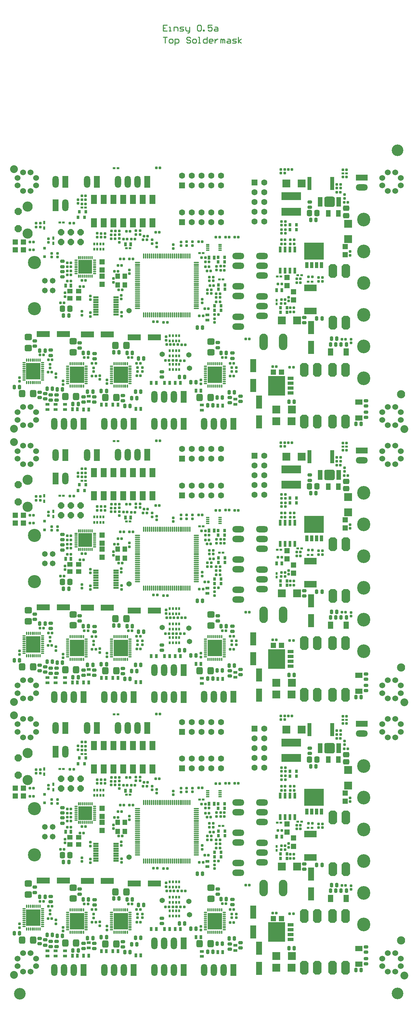
<source format=gts>
G04 Layer_Color=8388736*
%FSLAX24Y24*%
%MOIN*%
G70*
G01*
G75*
%ADD12C,0.0100*%
%ADD39C,0.0600*%
%ADD121C,0.0300*%
%ADD138C,0.0840*%
%ADD218C,0.0631*%
%ADD219R,0.0460X0.0130*%
%ADD220R,0.0530X0.0170*%
G04:AMPARAMS|DCode=221|XSize=118.7mil|YSize=118.7mil|CornerRadius=59.4mil|HoleSize=0mil|Usage=FLASHONLY|Rotation=90.000|XOffset=0mil|YOffset=0mil|HoleType=Round|Shape=RoundedRectangle|*
%AMROUNDEDRECTD221*
21,1,0.1187,0.0000,0,0,90.0*
21,1,0.0000,0.1187,0,0,90.0*
1,1,0.1187,0.0000,0.0000*
1,1,0.1187,0.0000,0.0000*
1,1,0.1187,0.0000,0.0000*
1,1,0.1187,0.0000,0.0000*
%
%ADD221ROUNDEDRECTD221*%
%ADD222R,0.1457X0.1654*%
%ADD223O,0.0138X0.0375*%
%ADD224O,0.0375X0.0138*%
%ADD225R,0.0830X0.0830*%
G04:AMPARAMS|DCode=226|XSize=33.1mil|YSize=43.4mil|CornerRadius=7.8mil|HoleSize=0mil|Usage=FLASHONLY|Rotation=90.000|XOffset=0mil|YOffset=0mil|HoleType=Round|Shape=RoundedRectangle|*
%AMROUNDEDRECTD226*
21,1,0.0331,0.0277,0,0,90.0*
21,1,0.0175,0.0434,0,0,90.0*
1,1,0.0157,0.0139,0.0087*
1,1,0.0157,0.0139,-0.0087*
1,1,0.0157,-0.0139,-0.0087*
1,1,0.0157,-0.0139,0.0087*
%
%ADD226ROUNDEDRECTD226*%
%ADD227R,0.0749X0.0583*%
G04:AMPARAMS|DCode=228|XSize=33.1mil|YSize=43.4mil|CornerRadius=7.8mil|HoleSize=0mil|Usage=FLASHONLY|Rotation=0.000|XOffset=0mil|YOffset=0mil|HoleType=Round|Shape=RoundedRectangle|*
%AMROUNDEDRECTD228*
21,1,0.0331,0.0277,0,0,0.0*
21,1,0.0175,0.0434,0,0,0.0*
1,1,0.0157,0.0087,-0.0139*
1,1,0.0157,-0.0087,-0.0139*
1,1,0.0157,-0.0087,0.0139*
1,1,0.0157,0.0087,0.0139*
%
%ADD228ROUNDEDRECTD228*%
G04:AMPARAMS|DCode=229|XSize=26mil|YSize=28mil|CornerRadius=6.4mil|HoleSize=0mil|Usage=FLASHONLY|Rotation=0.000|XOffset=0mil|YOffset=0mil|HoleType=Round|Shape=RoundedRectangle|*
%AMROUNDEDRECTD229*
21,1,0.0260,0.0152,0,0,0.0*
21,1,0.0132,0.0280,0,0,0.0*
1,1,0.0128,0.0066,-0.0076*
1,1,0.0128,-0.0066,-0.0076*
1,1,0.0128,-0.0066,0.0076*
1,1,0.0128,0.0066,0.0076*
%
%ADD229ROUNDEDRECTD229*%
G04:AMPARAMS|DCode=230|XSize=26mil|YSize=28mil|CornerRadius=6.4mil|HoleSize=0mil|Usage=FLASHONLY|Rotation=270.000|XOffset=0mil|YOffset=0mil|HoleType=Round|Shape=RoundedRectangle|*
%AMROUNDEDRECTD230*
21,1,0.0260,0.0152,0,0,270.0*
21,1,0.0132,0.0280,0,0,270.0*
1,1,0.0128,-0.0076,-0.0066*
1,1,0.0128,-0.0076,0.0066*
1,1,0.0128,0.0076,0.0066*
1,1,0.0128,0.0076,-0.0066*
%
%ADD230ROUNDEDRECTD230*%
%ADD231R,0.0304X0.0386*%
%ADD232R,0.0386X0.0304*%
%ADD233R,0.0631X0.0957*%
G04:AMPARAMS|DCode=234|XSize=54mil|YSize=54mil|CornerRadius=27mil|HoleSize=0mil|Usage=FLASHONLY|Rotation=270.000|XOffset=0mil|YOffset=0mil|HoleType=Round|Shape=RoundedRectangle|*
%AMROUNDEDRECTD234*
21,1,0.0540,0.0000,0,0,270.0*
21,1,0.0000,0.0540,0,0,270.0*
1,1,0.0540,0.0000,0.0000*
1,1,0.0540,0.0000,0.0000*
1,1,0.0540,0.0000,0.0000*
1,1,0.0540,0.0000,0.0000*
%
%ADD234ROUNDEDRECTD234*%
%ADD235R,0.0520X0.0520*%
%ADD236R,0.0520X0.0520*%
%ADD237R,0.2048X0.0822*%
%ADD238R,0.0460X0.0560*%
%ADD239R,0.0276X0.0355*%
%ADD240R,0.0280X0.0280*%
%ADD241R,0.1300X0.0670*%
%ADD242R,0.0830X0.0830*%
%ADD243R,0.0240X0.0320*%
%ADD244R,0.0560X0.0460*%
%ADD245R,0.0583X0.0749*%
G04:AMPARAMS|DCode=246|XSize=80mil|YSize=80mil|CornerRadius=40mil|HoleSize=0mil|Usage=FLASHONLY|Rotation=0.000|XOffset=0mil|YOffset=0mil|HoleType=Round|Shape=RoundedRectangle|*
%AMROUNDEDRECTD246*
21,1,0.0800,0.0000,0,0,0.0*
21,1,0.0000,0.0800,0,0,0.0*
1,1,0.0800,0.0000,0.0000*
1,1,0.0800,0.0000,0.0000*
1,1,0.0800,0.0000,0.0000*
1,1,0.0800,0.0000,0.0000*
%
%ADD246ROUNDEDRECTD246*%
%ADD247R,0.0280X0.0640*%
%ADD248R,0.0540X0.0190*%
%ADD249R,0.0394X0.1339*%
%ADD250R,0.0240X0.0300*%
G04:AMPARAMS|DCode=251|XSize=67mil|YSize=75mil|CornerRadius=17.7mil|HoleSize=0mil|Usage=FLASHONLY|Rotation=90.000|XOffset=0mil|YOffset=0mil|HoleType=Round|Shape=RoundedRectangle|*
%AMROUNDEDRECTD251*
21,1,0.0670,0.0395,0,0,90.0*
21,1,0.0315,0.0750,0,0,90.0*
1,1,0.0355,0.0198,0.0158*
1,1,0.0355,0.0198,-0.0158*
1,1,0.0355,-0.0198,-0.0158*
1,1,0.0355,-0.0198,0.0158*
%
%ADD251ROUNDEDRECTD251*%
G04:AMPARAMS|DCode=252|XSize=67mil|YSize=75mil|CornerRadius=17.7mil|HoleSize=0mil|Usage=FLASHONLY|Rotation=180.000|XOffset=0mil|YOffset=0mil|HoleType=Round|Shape=RoundedRectangle|*
%AMROUNDEDRECTD252*
21,1,0.0670,0.0395,0,0,180.0*
21,1,0.0315,0.0750,0,0,180.0*
1,1,0.0355,-0.0158,0.0198*
1,1,0.0355,0.0158,0.0198*
1,1,0.0355,0.0158,-0.0198*
1,1,0.0355,-0.0158,-0.0198*
%
%ADD252ROUNDEDRECTD252*%
%ADD253R,0.0257X0.0237*%
%ADD254R,0.1379X0.0591*%
G04:AMPARAMS|DCode=255|XSize=56mil|YSize=64mil|CornerRadius=15mil|HoleSize=0mil|Usage=FLASHONLY|Rotation=180.000|XOffset=0mil|YOffset=0mil|HoleType=Round|Shape=RoundedRectangle|*
%AMROUNDEDRECTD255*
21,1,0.0560,0.0340,0,0,180.0*
21,1,0.0260,0.0640,0,0,180.0*
1,1,0.0300,-0.0130,0.0170*
1,1,0.0300,0.0130,0.0170*
1,1,0.0300,0.0130,-0.0170*
1,1,0.0300,-0.0130,-0.0170*
%
%ADD255ROUNDEDRECTD255*%
%ADD256R,0.0473X0.0709*%
G04:AMPARAMS|DCode=257|XSize=56mil|YSize=64mil|CornerRadius=15mil|HoleSize=0mil|Usage=FLASHONLY|Rotation=270.000|XOffset=0mil|YOffset=0mil|HoleType=Round|Shape=RoundedRectangle|*
%AMROUNDEDRECTD257*
21,1,0.0560,0.0340,0,0,270.0*
21,1,0.0260,0.0640,0,0,270.0*
1,1,0.0300,-0.0170,-0.0130*
1,1,0.0300,-0.0170,0.0130*
1,1,0.0300,0.0170,0.0130*
1,1,0.0300,0.0170,-0.0130*
%
%ADD257ROUNDEDRECTD257*%
%ADD258R,0.0591X0.1379*%
%ADD259R,0.0600X0.0320*%
%ADD260R,0.1740X0.2010*%
%ADD261R,0.2010X0.1740*%
%ADD262R,0.0320X0.0600*%
%ADD263O,0.0138X0.0552*%
%ADD264O,0.0552X0.0138*%
%ADD265R,0.0237X0.0257*%
%ADD266R,0.0355X0.0157*%
%ADD267R,0.1410X0.1410*%
G04:AMPARAMS|DCode=268|XSize=15mil|YSize=35.4mil|CornerRadius=6.4mil|HoleSize=0mil|Usage=FLASHONLY|Rotation=270.000|XOffset=0mil|YOffset=0mil|HoleType=Round|Shape=RoundedRectangle|*
%AMROUNDEDRECTD268*
21,1,0.0150,0.0227,0,0,270.0*
21,1,0.0022,0.0354,0,0,270.0*
1,1,0.0128,-0.0113,-0.0011*
1,1,0.0128,-0.0113,0.0011*
1,1,0.0128,0.0113,0.0011*
1,1,0.0128,0.0113,-0.0011*
%
%ADD268ROUNDEDRECTD268*%
G04:AMPARAMS|DCode=269|XSize=15mil|YSize=35.4mil|CornerRadius=6.4mil|HoleSize=0mil|Usage=FLASHONLY|Rotation=180.000|XOffset=0mil|YOffset=0mil|HoleType=Round|Shape=RoundedRectangle|*
%AMROUNDEDRECTD269*
21,1,0.0150,0.0227,0,0,180.0*
21,1,0.0022,0.0354,0,0,180.0*
1,1,0.0128,-0.0011,0.0113*
1,1,0.0128,0.0011,0.0113*
1,1,0.0128,0.0011,-0.0113*
1,1,0.0128,-0.0011,-0.0113*
%
%ADD269ROUNDEDRECTD269*%
%ADD270R,0.0482X0.0196*%
G04:AMPARAMS|DCode=271|XSize=109mil|YSize=109mil|CornerRadius=28.3mil|HoleSize=0mil|Usage=FLASHONLY|Rotation=180.000|XOffset=0mil|YOffset=0mil|HoleType=Round|Shape=RoundedRectangle|*
%AMROUNDEDRECTD271*
21,1,0.1090,0.0525,0,0,180.0*
21,1,0.0525,0.1090,0,0,180.0*
1,1,0.0565,-0.0262,0.0262*
1,1,0.0565,0.0262,0.0262*
1,1,0.0565,0.0262,-0.0262*
1,1,0.0565,-0.0262,-0.0262*
%
%ADD271ROUNDEDRECTD271*%
G04:AMPARAMS|DCode=272|XSize=27.6mil|YSize=28mil|CornerRadius=6.7mil|HoleSize=0mil|Usage=FLASHONLY|Rotation=90.000|XOffset=0mil|YOffset=0mil|HoleType=Round|Shape=RoundedRectangle|*
%AMROUNDEDRECTD272*
21,1,0.0276,0.0146,0,0,90.0*
21,1,0.0142,0.0280,0,0,90.0*
1,1,0.0134,0.0073,0.0071*
1,1,0.0134,0.0073,-0.0071*
1,1,0.0134,-0.0073,-0.0071*
1,1,0.0134,-0.0073,0.0071*
%
%ADD272ROUNDEDRECTD272*%
G04:AMPARAMS|DCode=273|XSize=137mil|YSize=87mil|CornerRadius=0mil|HoleSize=0mil|Usage=FLASHONLY|Rotation=270.000|XOffset=0mil|YOffset=0mil|HoleType=Round|Shape=Octagon|*
%AMOCTAGOND273*
4,1,8,-0.0217,-0.0685,0.0217,-0.0685,0.0435,-0.0467,0.0435,0.0467,0.0217,0.0685,-0.0217,0.0685,-0.0435,0.0467,-0.0435,-0.0467,-0.0217,-0.0685,0.0*
%
%ADD273OCTAGOND273*%

%ADD274R,0.0640X0.1240*%
%ADD275O,0.0640X0.1240*%
%ADD276O,0.1240X0.0640*%
%ADD277R,0.1240X0.0640*%
%ADD278P,0.0801X8X292.5*%
%ADD279C,0.1040*%
%ADD280C,0.0580*%
%ADD281C,0.1345*%
%ADD282P,0.0714X8X22.5*%
%ADD283O,0.0865X0.1690*%
%ADD284R,0.0631X0.0631*%
%ADD285C,0.0631*%
%ADD286R,0.0631X0.0631*%
%ADD287O,0.1340X0.1400*%
%ADD288C,0.0260*%
G54D12*
X18478Y99328D02*
X18878D01*
X18678D01*
Y98728D01*
X19178D02*
X19378D01*
X19478Y98828D01*
Y99028D01*
X19378Y99128D01*
X19178D01*
X19078Y99028D01*
Y98828D01*
X19178Y98728D01*
X19678Y98528D02*
Y99128D01*
X19978D01*
X20078Y99028D01*
Y98828D01*
X19978Y98728D01*
X19678D01*
X21277Y99228D02*
X21177Y99328D01*
X20978D01*
X20878Y99228D01*
Y99128D01*
X20978Y99028D01*
X21177D01*
X21277Y98928D01*
Y98828D01*
X21177Y98728D01*
X20978D01*
X20878Y98828D01*
X21577Y98728D02*
X21777D01*
X21877Y98828D01*
Y99028D01*
X21777Y99128D01*
X21577D01*
X21477Y99028D01*
Y98828D01*
X21577Y98728D01*
X22077D02*
X22277D01*
X22177D01*
Y99328D01*
X22077D01*
X22977D02*
Y98728D01*
X22677D01*
X22577Y98828D01*
Y99028D01*
X22677Y99128D01*
X22977D01*
X23477Y98728D02*
X23277D01*
X23177Y98828D01*
Y99028D01*
X23277Y99128D01*
X23477D01*
X23577Y99028D01*
Y98928D01*
X23177D01*
X23777Y99128D02*
Y98728D01*
Y98928D01*
X23877Y99028D01*
X23977Y99128D01*
X24077D01*
X24376Y98728D02*
Y99128D01*
X24476D01*
X24576Y99028D01*
Y98728D01*
Y99028D01*
X24676Y99128D01*
X24776Y99028D01*
Y98728D01*
X25076Y99128D02*
X25276D01*
X25376Y99028D01*
Y98728D01*
X25076D01*
X24976Y98828D01*
X25076Y98928D01*
X25376D01*
X25576Y98728D02*
X25876D01*
X25976Y98828D01*
X25876Y98928D01*
X25676D01*
X25576Y99028D01*
X25676Y99128D01*
X25976D01*
X26176Y98728D02*
Y99328D01*
Y98928D02*
X26476Y99128D01*
X26176Y98928D02*
X26476Y98728D01*
X18878Y100578D02*
X18478D01*
Y99978D01*
X18878D01*
X18478Y100278D02*
X18678D01*
X19078Y99978D02*
X19278D01*
X19178D01*
Y100378D01*
X19078D01*
X19578Y99978D02*
Y100378D01*
X19878D01*
X19978Y100278D01*
Y99978D01*
X20178D02*
X20478D01*
X20578Y100078D01*
X20478Y100178D01*
X20278D01*
X20178Y100278D01*
X20278Y100378D01*
X20578D01*
X20778D02*
Y100078D01*
X20878Y99978D01*
X21177D01*
Y99878D01*
X21078Y99778D01*
X20978D01*
X21177Y99978D02*
Y100378D01*
X21977Y100478D02*
X22077Y100578D01*
X22277D01*
X22377Y100478D01*
Y100078D01*
X22277Y99978D01*
X22077D01*
X21977Y100078D01*
Y100478D01*
X22577Y99978D02*
Y100078D01*
X22677D01*
Y99978D01*
X22577D01*
X23477Y100578D02*
X23077D01*
Y100278D01*
X23277Y100378D01*
X23377D01*
X23477Y100278D01*
Y100078D01*
X23377Y99978D01*
X23177D01*
X23077Y100078D01*
X23777Y100378D02*
X23977D01*
X24077Y100278D01*
Y99978D01*
X23777D01*
X23677Y100078D01*
X23777Y100178D01*
X24077D01*
G54D39*
X4902Y3563D02*
D03*
X4114D02*
D03*
X3563Y4114D02*
D03*
Y4902D02*
D03*
X4114Y5453D02*
D03*
X4902D02*
D03*
X5453Y4902D02*
D03*
Y4114D02*
D03*
X4902Y27579D02*
D03*
X4114D02*
D03*
X3563Y28130D02*
D03*
Y28917D02*
D03*
X4114Y29469D02*
D03*
X4902D02*
D03*
X5453Y28917D02*
D03*
Y28130D02*
D03*
X42303Y27579D02*
D03*
X41516D02*
D03*
X40965Y28130D02*
D03*
Y28917D02*
D03*
X41516Y29469D02*
D03*
X42303D02*
D03*
X42854Y28917D02*
D03*
Y28130D02*
D03*
X42303Y3563D02*
D03*
X41516D02*
D03*
X40965Y4114D02*
D03*
Y4902D02*
D03*
X41516Y5453D02*
D03*
X42303D02*
D03*
X42854Y4902D02*
D03*
Y4114D02*
D03*
X4902Y31555D02*
D03*
X4114D02*
D03*
X3563Y32106D02*
D03*
Y32894D02*
D03*
X4114Y33445D02*
D03*
X4902D02*
D03*
X5453Y32894D02*
D03*
Y32106D02*
D03*
X4902Y55571D02*
D03*
X4114D02*
D03*
X3563Y56122D02*
D03*
Y56909D02*
D03*
X4114Y57461D02*
D03*
X4902D02*
D03*
X5453Y56909D02*
D03*
Y56122D02*
D03*
X42303Y55571D02*
D03*
X41516D02*
D03*
X40965Y56122D02*
D03*
Y56909D02*
D03*
X41516Y57461D02*
D03*
X42303D02*
D03*
X42854Y56909D02*
D03*
Y56122D02*
D03*
X42303Y31555D02*
D03*
X41516D02*
D03*
X40965Y32106D02*
D03*
Y32894D02*
D03*
X41516Y33445D02*
D03*
X42303D02*
D03*
X42854Y32894D02*
D03*
Y32106D02*
D03*
X4902Y59547D02*
D03*
X4114D02*
D03*
X3563Y60098D02*
D03*
Y60886D02*
D03*
X4114Y61437D02*
D03*
X4902D02*
D03*
X5453Y60886D02*
D03*
Y60098D02*
D03*
X4902Y83563D02*
D03*
X4114D02*
D03*
X3563Y84114D02*
D03*
Y84902D02*
D03*
X4114Y85453D02*
D03*
X4902D02*
D03*
X5453Y84902D02*
D03*
Y84114D02*
D03*
X42303Y83563D02*
D03*
X41516D02*
D03*
X40965Y84114D02*
D03*
Y84902D02*
D03*
X41516Y85453D02*
D03*
X42303D02*
D03*
X42854Y84902D02*
D03*
Y84114D02*
D03*
X42303Y59547D02*
D03*
X41516D02*
D03*
X40965Y60098D02*
D03*
Y60886D02*
D03*
X41516Y61437D02*
D03*
X42303D02*
D03*
X42854Y60886D02*
D03*
Y60098D02*
D03*
G54D121*
X23354Y9387D02*
D03*
X24220Y8088D02*
D03*
X23787D02*
D03*
X23354D02*
D03*
X24220Y8521D02*
D03*
X23787D02*
D03*
X23354D02*
D03*
X24220Y8954D02*
D03*
X23787D02*
D03*
X23354D02*
D03*
X24220Y9387D02*
D03*
X23787D02*
D03*
X14147D02*
D03*
X14580D02*
D03*
X13714Y8954D02*
D03*
X14147D02*
D03*
X14580D02*
D03*
X13714Y8521D02*
D03*
X14147D02*
D03*
X14580D02*
D03*
X13714Y8088D02*
D03*
X14147D02*
D03*
X14580D02*
D03*
X13714Y9387D02*
D03*
X9214D02*
D03*
X10080Y8088D02*
D03*
X9647D02*
D03*
X9214D02*
D03*
X10080Y8521D02*
D03*
X9647D02*
D03*
X9214D02*
D03*
X10080Y8954D02*
D03*
X9647D02*
D03*
X9214D02*
D03*
X10080Y9387D02*
D03*
X9647D02*
D03*
X5173Y9747D02*
D03*
X5606D02*
D03*
X4740Y9314D02*
D03*
X5173D02*
D03*
X5606D02*
D03*
X4740Y8881D02*
D03*
X5173D02*
D03*
X5606D02*
D03*
X4740Y8448D02*
D03*
X5173D02*
D03*
X5606D02*
D03*
X4740Y9747D02*
D03*
X30705Y8014D02*
D03*
Y8414D02*
D03*
X30305D02*
D03*
Y8014D02*
D03*
X29905D02*
D03*
Y8414D02*
D03*
X29505D02*
D03*
Y8014D02*
D03*
Y7214D02*
D03*
Y6814D02*
D03*
X29905D02*
D03*
Y7214D02*
D03*
X30305D02*
D03*
Y6814D02*
D03*
X30705D02*
D03*
Y7214D02*
D03*
Y7614D02*
D03*
X30305D02*
D03*
X29505D02*
D03*
X29905D02*
D03*
X33958Y21625D02*
D03*
Y22025D02*
D03*
Y21225D02*
D03*
Y20825D02*
D03*
X33558D02*
D03*
X33158D02*
D03*
Y21225D02*
D03*
X33558D02*
D03*
Y21625D02*
D03*
X33158D02*
D03*
Y22025D02*
D03*
X33558D02*
D03*
X34358D02*
D03*
X34758D02*
D03*
Y21625D02*
D03*
X34358D02*
D03*
Y21225D02*
D03*
X34758D02*
D03*
Y20825D02*
D03*
X34358D02*
D03*
X10871Y20171D02*
D03*
Y19797D02*
D03*
Y19423D02*
D03*
X10497D02*
D03*
X10123Y19413D02*
D03*
X10125Y19797D02*
D03*
X10120Y20174D02*
D03*
X10497Y20171D02*
D03*
Y19797D02*
D03*
X23354Y37379D02*
D03*
X24220Y36080D02*
D03*
X23787D02*
D03*
X23354D02*
D03*
X24220Y36513D02*
D03*
X23787D02*
D03*
X23354D02*
D03*
X24220Y36946D02*
D03*
X23787D02*
D03*
X23354D02*
D03*
X24220Y37379D02*
D03*
X23787D02*
D03*
X14147D02*
D03*
X14580D02*
D03*
X13714Y36946D02*
D03*
X14147D02*
D03*
X14580D02*
D03*
X13714Y36513D02*
D03*
X14147D02*
D03*
X14580D02*
D03*
X13714Y36080D02*
D03*
X14147D02*
D03*
X14580D02*
D03*
X13714Y37379D02*
D03*
X9214D02*
D03*
X10080Y36080D02*
D03*
X9647D02*
D03*
X9214D02*
D03*
X10080Y36513D02*
D03*
X9647D02*
D03*
X9214D02*
D03*
X10080Y36946D02*
D03*
X9647D02*
D03*
X9214D02*
D03*
X10080Y37379D02*
D03*
X9647D02*
D03*
X5173Y37739D02*
D03*
X5606D02*
D03*
X4740Y37306D02*
D03*
X5173D02*
D03*
X5606D02*
D03*
X4740Y36873D02*
D03*
X5173D02*
D03*
X5606D02*
D03*
X4740Y36440D02*
D03*
X5173D02*
D03*
X5606D02*
D03*
X4740Y37739D02*
D03*
X30705Y36006D02*
D03*
Y36406D02*
D03*
X30305D02*
D03*
Y36006D02*
D03*
X29905D02*
D03*
Y36406D02*
D03*
X29505D02*
D03*
Y36006D02*
D03*
Y35206D02*
D03*
Y34806D02*
D03*
X29905D02*
D03*
Y35206D02*
D03*
X30305D02*
D03*
Y34806D02*
D03*
X30705D02*
D03*
Y35206D02*
D03*
Y35606D02*
D03*
X30305D02*
D03*
X29505D02*
D03*
X29905D02*
D03*
X33958Y49617D02*
D03*
Y50017D02*
D03*
Y49217D02*
D03*
Y48817D02*
D03*
X33558D02*
D03*
X33158D02*
D03*
Y49217D02*
D03*
X33558D02*
D03*
Y49617D02*
D03*
X33158D02*
D03*
Y50017D02*
D03*
X33558D02*
D03*
X34358D02*
D03*
X34758D02*
D03*
Y49617D02*
D03*
X34358D02*
D03*
Y49217D02*
D03*
X34758D02*
D03*
Y48817D02*
D03*
X34358D02*
D03*
X10871Y48163D02*
D03*
Y47789D02*
D03*
Y47415D02*
D03*
X10497D02*
D03*
X10123Y47405D02*
D03*
X10125Y47789D02*
D03*
X10120Y48167D02*
D03*
X10497Y48163D02*
D03*
Y47789D02*
D03*
X23354Y65371D02*
D03*
X24220Y64072D02*
D03*
X23787D02*
D03*
X23354D02*
D03*
X24220Y64505D02*
D03*
X23787D02*
D03*
X23354D02*
D03*
X24220Y64938D02*
D03*
X23787D02*
D03*
X23354D02*
D03*
X24220Y65371D02*
D03*
X23787D02*
D03*
X14147D02*
D03*
X14580D02*
D03*
X13714Y64938D02*
D03*
X14147D02*
D03*
X14580D02*
D03*
X13714Y64505D02*
D03*
X14147D02*
D03*
X14580D02*
D03*
X13714Y64072D02*
D03*
X14147D02*
D03*
X14580D02*
D03*
X13714Y65371D02*
D03*
X9214D02*
D03*
X10080Y64072D02*
D03*
X9647D02*
D03*
X9214D02*
D03*
X10080Y64505D02*
D03*
X9647D02*
D03*
X9214D02*
D03*
X10080Y64938D02*
D03*
X9647D02*
D03*
X9214D02*
D03*
X10080Y65371D02*
D03*
X9647D02*
D03*
X5173Y65731D02*
D03*
X5606D02*
D03*
X4740Y65298D02*
D03*
X5173D02*
D03*
X5606D02*
D03*
X4740Y64865D02*
D03*
X5173D02*
D03*
X5606D02*
D03*
X4740Y64432D02*
D03*
X5173D02*
D03*
X5606D02*
D03*
X4740Y65731D02*
D03*
X30705Y63998D02*
D03*
Y64398D02*
D03*
X30305D02*
D03*
Y63998D02*
D03*
X29905D02*
D03*
Y64398D02*
D03*
X29505D02*
D03*
Y63998D02*
D03*
Y63198D02*
D03*
Y62798D02*
D03*
X29905D02*
D03*
Y63198D02*
D03*
X30305D02*
D03*
Y62798D02*
D03*
X30705D02*
D03*
Y63198D02*
D03*
Y63598D02*
D03*
X30305D02*
D03*
X29505D02*
D03*
X29905D02*
D03*
X33958Y77609D02*
D03*
Y78009D02*
D03*
Y77209D02*
D03*
Y76809D02*
D03*
X33558D02*
D03*
X33158D02*
D03*
Y77209D02*
D03*
X33558D02*
D03*
Y77609D02*
D03*
X33158D02*
D03*
Y78009D02*
D03*
X33558D02*
D03*
X34358D02*
D03*
X34758D02*
D03*
Y77609D02*
D03*
X34358D02*
D03*
Y77209D02*
D03*
X34758D02*
D03*
Y76809D02*
D03*
X34358D02*
D03*
X10871Y76155D02*
D03*
Y75781D02*
D03*
Y75407D02*
D03*
X10497D02*
D03*
X10123Y75397D02*
D03*
X10125Y75781D02*
D03*
X10120Y76159D02*
D03*
X10497Y76155D02*
D03*
Y75781D02*
D03*
G54D138*
X42904Y6752D02*
D03*
Y34744D02*
D03*
Y62736D02*
D03*
G54D218*
X28864Y28454D02*
D03*
Y27454D02*
D03*
Y26454D02*
D03*
Y25454D02*
D03*
Y24454D02*
D03*
Y56446D02*
D03*
Y55446D02*
D03*
Y54446D02*
D03*
Y53446D02*
D03*
Y52446D02*
D03*
Y84438D02*
D03*
Y83438D02*
D03*
Y82438D02*
D03*
Y81438D02*
D03*
Y80438D02*
D03*
G54D219*
X13638Y16672D02*
D03*
X13638Y16422D02*
D03*
X13638Y16172D02*
D03*
X13638Y15922D02*
D03*
X13638Y15672D02*
D03*
X13638Y15422D02*
D03*
Y15172D02*
D03*
X13638Y14922D02*
D03*
X11598D02*
D03*
X11598Y15172D02*
D03*
Y15422D02*
D03*
X11598Y15672D02*
D03*
X11598Y15922D02*
D03*
Y16172D02*
D03*
X11598Y16422D02*
D03*
X11598Y16672D02*
D03*
X13638Y44664D02*
D03*
X13638Y44414D02*
D03*
X13638Y44164D02*
D03*
X13638Y43914D02*
D03*
X13638Y43664D02*
D03*
X13638Y43414D02*
D03*
Y43164D02*
D03*
X13638Y42914D02*
D03*
X11598D02*
D03*
X11598Y43164D02*
D03*
Y43414D02*
D03*
X11598Y43664D02*
D03*
X11598Y43914D02*
D03*
Y44164D02*
D03*
X11598Y44414D02*
D03*
X11598Y44664D02*
D03*
X13638Y72656D02*
D03*
X13638Y72406D02*
D03*
X13638Y72156D02*
D03*
X13638Y71906D02*
D03*
X13638Y71656D02*
D03*
X13638Y71406D02*
D03*
Y71156D02*
D03*
X13638Y70907D02*
D03*
X11598D02*
D03*
X11598Y71156D02*
D03*
Y71406D02*
D03*
X11598Y71656D02*
D03*
X11598Y71906D02*
D03*
Y72156D02*
D03*
X11598Y72406D02*
D03*
X11598Y72656D02*
D03*
G54D220*
X13643Y16672D02*
D03*
X13643Y16422D02*
D03*
X13643Y16172D02*
D03*
X13643Y15922D02*
D03*
X13643Y15672D02*
D03*
X13643Y15422D02*
D03*
X13643Y15172D02*
D03*
X13643Y14922D02*
D03*
X11593Y14922D02*
D03*
X11593Y15172D02*
D03*
Y15422D02*
D03*
X11593Y15672D02*
D03*
X11593Y15922D02*
D03*
Y16172D02*
D03*
X11593Y16422D02*
D03*
Y16672D02*
D03*
X13643Y44664D02*
D03*
X13643Y44414D02*
D03*
X13643Y44164D02*
D03*
X13643Y43914D02*
D03*
X13643Y43664D02*
D03*
X13643Y43414D02*
D03*
X13643Y43164D02*
D03*
X13643Y42914D02*
D03*
X11593Y42914D02*
D03*
X11593Y43164D02*
D03*
Y43414D02*
D03*
X11593Y43664D02*
D03*
X11593Y43914D02*
D03*
Y44164D02*
D03*
X11593Y44414D02*
D03*
Y44664D02*
D03*
X13643Y72656D02*
D03*
X13643Y72406D02*
D03*
X13643Y72156D02*
D03*
X13643Y71906D02*
D03*
X13643Y71656D02*
D03*
X13643Y71406D02*
D03*
X13643Y71156D02*
D03*
X13643Y70906D02*
D03*
X11593Y70907D02*
D03*
X11593Y71156D02*
D03*
Y71406D02*
D03*
X11593Y71656D02*
D03*
X11593Y71906D02*
D03*
Y72156D02*
D03*
X11593Y72406D02*
D03*
Y72656D02*
D03*
G54D221*
X42528Y87726D02*
D03*
Y1328D02*
D03*
X3789Y1289D02*
D03*
G54D222*
X23787Y8737D02*
D03*
X14147D02*
D03*
X9647D02*
D03*
X5173Y9097D02*
D03*
X23787Y36730D02*
D03*
X14147D02*
D03*
X9647D02*
D03*
X5173Y37090D02*
D03*
X23787Y64722D02*
D03*
X14147D02*
D03*
X9647D02*
D03*
X5173Y65082D02*
D03*
G54D223*
X23098Y9889D02*
D03*
X23295D02*
D03*
X23492D02*
D03*
X23688D02*
D03*
X23885D02*
D03*
X24082D02*
D03*
X24279D02*
D03*
X24476D02*
D03*
Y7586D02*
D03*
X24279D02*
D03*
X24082D02*
D03*
X23885D02*
D03*
X23688D02*
D03*
X23492D02*
D03*
X23295D02*
D03*
X23098D02*
D03*
X13458D02*
D03*
X13655D02*
D03*
X13852D02*
D03*
X14048D02*
D03*
X14245D02*
D03*
X14442D02*
D03*
X14639D02*
D03*
X14836D02*
D03*
Y9889D02*
D03*
X14639D02*
D03*
X14442D02*
D03*
X14245D02*
D03*
X14048D02*
D03*
X13852D02*
D03*
X13655D02*
D03*
X13458D02*
D03*
X8958D02*
D03*
X9155D02*
D03*
X9352D02*
D03*
X9548D02*
D03*
X9745D02*
D03*
X9942D02*
D03*
X10139D02*
D03*
X10336D02*
D03*
Y7586D02*
D03*
X10139D02*
D03*
X9942D02*
D03*
X9745D02*
D03*
X9548D02*
D03*
X9352D02*
D03*
X9155D02*
D03*
X8958D02*
D03*
X4484Y7946D02*
D03*
X4681D02*
D03*
X4878D02*
D03*
X5075D02*
D03*
X5271D02*
D03*
X5468D02*
D03*
X5665D02*
D03*
X5862D02*
D03*
Y10249D02*
D03*
X5665D02*
D03*
X5468D02*
D03*
X5271D02*
D03*
X5075D02*
D03*
X4878D02*
D03*
X4681D02*
D03*
X4484D02*
D03*
X23098Y37881D02*
D03*
X23295D02*
D03*
X23492D02*
D03*
X23688D02*
D03*
X23885D02*
D03*
X24082D02*
D03*
X24279D02*
D03*
X24476D02*
D03*
Y35578D02*
D03*
X24279D02*
D03*
X24082D02*
D03*
X23885D02*
D03*
X23688D02*
D03*
X23492D02*
D03*
X23295D02*
D03*
X23098D02*
D03*
X13458D02*
D03*
X13655D02*
D03*
X13852D02*
D03*
X14048D02*
D03*
X14245D02*
D03*
X14442D02*
D03*
X14639D02*
D03*
X14836D02*
D03*
Y37881D02*
D03*
X14639D02*
D03*
X14442D02*
D03*
X14245D02*
D03*
X14048D02*
D03*
X13852D02*
D03*
X13655D02*
D03*
X13458D02*
D03*
X8958D02*
D03*
X9155D02*
D03*
X9352D02*
D03*
X9548D02*
D03*
X9745D02*
D03*
X9942D02*
D03*
X10139D02*
D03*
X10336D02*
D03*
Y35578D02*
D03*
X10139D02*
D03*
X9942D02*
D03*
X9745D02*
D03*
X9548D02*
D03*
X9352D02*
D03*
X9155D02*
D03*
X8958D02*
D03*
X4484Y35938D02*
D03*
X4681D02*
D03*
X4878D02*
D03*
X5075D02*
D03*
X5271D02*
D03*
X5468D02*
D03*
X5665D02*
D03*
X5862D02*
D03*
Y38241D02*
D03*
X5665D02*
D03*
X5468D02*
D03*
X5271D02*
D03*
X5075D02*
D03*
X4878D02*
D03*
X4681D02*
D03*
X4484D02*
D03*
X23098Y65873D02*
D03*
X23295D02*
D03*
X23492D02*
D03*
X23688D02*
D03*
X23885D02*
D03*
X24082D02*
D03*
X24279D02*
D03*
X24476D02*
D03*
Y63570D02*
D03*
X24279D02*
D03*
X24082D02*
D03*
X23885D02*
D03*
X23688D02*
D03*
X23492D02*
D03*
X23295D02*
D03*
X23098D02*
D03*
X13458D02*
D03*
X13655D02*
D03*
X13852D02*
D03*
X14048D02*
D03*
X14245D02*
D03*
X14442D02*
D03*
X14639D02*
D03*
X14836D02*
D03*
Y65873D02*
D03*
X14639D02*
D03*
X14442D02*
D03*
X14245D02*
D03*
X14048D02*
D03*
X13852D02*
D03*
X13655D02*
D03*
X13458D02*
D03*
X8958D02*
D03*
X9155D02*
D03*
X9352D02*
D03*
X9548D02*
D03*
X9745D02*
D03*
X9942D02*
D03*
X10139D02*
D03*
X10336D02*
D03*
Y63570D02*
D03*
X10139D02*
D03*
X9942D02*
D03*
X9745D02*
D03*
X9548D02*
D03*
X9352D02*
D03*
X9155D02*
D03*
X8958D02*
D03*
X4484Y63930D02*
D03*
X4681D02*
D03*
X4878D02*
D03*
X5075D02*
D03*
X5271D02*
D03*
X5468D02*
D03*
X5665D02*
D03*
X5862D02*
D03*
Y66233D02*
D03*
X5665D02*
D03*
X5468D02*
D03*
X5271D02*
D03*
X5075D02*
D03*
X4878D02*
D03*
X4681D02*
D03*
X4484D02*
D03*
G54D224*
X24744Y9623D02*
D03*
Y9426D02*
D03*
Y9230D02*
D03*
Y9033D02*
D03*
Y8836D02*
D03*
Y8639D02*
D03*
Y8442D02*
D03*
Y8245D02*
D03*
Y8048D02*
D03*
Y7852D02*
D03*
X22830D02*
D03*
Y8048D02*
D03*
Y8245D02*
D03*
Y8442D02*
D03*
Y8639D02*
D03*
Y8836D02*
D03*
Y9033D02*
D03*
Y9230D02*
D03*
Y9426D02*
D03*
Y9623D02*
D03*
X13190D02*
D03*
Y9426D02*
D03*
Y9230D02*
D03*
Y9033D02*
D03*
Y8836D02*
D03*
Y8639D02*
D03*
Y8442D02*
D03*
Y8245D02*
D03*
Y8048D02*
D03*
Y7852D02*
D03*
X15104D02*
D03*
Y8048D02*
D03*
Y8245D02*
D03*
Y8442D02*
D03*
Y8639D02*
D03*
Y8836D02*
D03*
Y9033D02*
D03*
Y9230D02*
D03*
Y9426D02*
D03*
Y9623D02*
D03*
X10604D02*
D03*
Y9426D02*
D03*
Y9230D02*
D03*
Y9033D02*
D03*
Y8836D02*
D03*
Y8639D02*
D03*
Y8442D02*
D03*
Y8245D02*
D03*
Y8048D02*
D03*
Y7852D02*
D03*
X8690D02*
D03*
Y8048D02*
D03*
Y8245D02*
D03*
Y8442D02*
D03*
Y8639D02*
D03*
Y8836D02*
D03*
Y9033D02*
D03*
Y9230D02*
D03*
Y9426D02*
D03*
Y9623D02*
D03*
X4216Y9983D02*
D03*
Y9786D02*
D03*
Y9590D02*
D03*
Y9393D02*
D03*
Y9196D02*
D03*
Y8999D02*
D03*
Y8802D02*
D03*
Y8605D02*
D03*
Y8408D02*
D03*
Y8212D02*
D03*
X6130D02*
D03*
Y8408D02*
D03*
Y8605D02*
D03*
Y8802D02*
D03*
Y8999D02*
D03*
Y9196D02*
D03*
Y9393D02*
D03*
Y9590D02*
D03*
Y9786D02*
D03*
Y9983D02*
D03*
X24744Y37615D02*
D03*
Y37418D02*
D03*
Y37222D02*
D03*
Y37025D02*
D03*
Y36828D02*
D03*
Y36631D02*
D03*
Y36434D02*
D03*
Y36237D02*
D03*
Y36041D02*
D03*
Y35844D02*
D03*
X22830D02*
D03*
Y36041D02*
D03*
Y36237D02*
D03*
Y36434D02*
D03*
Y36631D02*
D03*
Y36828D02*
D03*
Y37025D02*
D03*
Y37222D02*
D03*
Y37418D02*
D03*
Y37615D02*
D03*
X13190D02*
D03*
Y37418D02*
D03*
Y37222D02*
D03*
Y37025D02*
D03*
Y36828D02*
D03*
Y36631D02*
D03*
Y36434D02*
D03*
Y36237D02*
D03*
Y36041D02*
D03*
Y35844D02*
D03*
X15104D02*
D03*
Y36041D02*
D03*
Y36237D02*
D03*
Y36434D02*
D03*
Y36631D02*
D03*
Y36828D02*
D03*
Y37025D02*
D03*
Y37222D02*
D03*
Y37418D02*
D03*
Y37615D02*
D03*
X10604D02*
D03*
Y37418D02*
D03*
Y37222D02*
D03*
Y37025D02*
D03*
Y36828D02*
D03*
Y36631D02*
D03*
Y36434D02*
D03*
Y36237D02*
D03*
Y36041D02*
D03*
Y35844D02*
D03*
X8690D02*
D03*
Y36041D02*
D03*
Y36237D02*
D03*
Y36434D02*
D03*
Y36631D02*
D03*
Y36828D02*
D03*
Y37025D02*
D03*
Y37222D02*
D03*
Y37418D02*
D03*
Y37615D02*
D03*
X4216Y37975D02*
D03*
Y37778D02*
D03*
Y37582D02*
D03*
Y37385D02*
D03*
Y37188D02*
D03*
Y36991D02*
D03*
Y36794D02*
D03*
Y36597D02*
D03*
Y36401D02*
D03*
Y36204D02*
D03*
X6130D02*
D03*
Y36401D02*
D03*
Y36597D02*
D03*
Y36794D02*
D03*
Y36991D02*
D03*
Y37188D02*
D03*
Y37385D02*
D03*
Y37582D02*
D03*
Y37778D02*
D03*
Y37975D02*
D03*
X24744Y65607D02*
D03*
Y65411D02*
D03*
Y65214D02*
D03*
Y65017D02*
D03*
Y64820D02*
D03*
Y64623D02*
D03*
Y64426D02*
D03*
Y64230D02*
D03*
Y64033D02*
D03*
Y63836D02*
D03*
X22830D02*
D03*
Y64033D02*
D03*
Y64230D02*
D03*
Y64426D02*
D03*
Y64623D02*
D03*
Y64820D02*
D03*
Y65017D02*
D03*
Y65214D02*
D03*
Y65411D02*
D03*
Y65607D02*
D03*
X13190D02*
D03*
Y65411D02*
D03*
Y65214D02*
D03*
Y65017D02*
D03*
Y64820D02*
D03*
Y64623D02*
D03*
Y64426D02*
D03*
Y64230D02*
D03*
Y64033D02*
D03*
Y63836D02*
D03*
X15104D02*
D03*
Y64033D02*
D03*
Y64230D02*
D03*
Y64426D02*
D03*
Y64623D02*
D03*
Y64820D02*
D03*
Y65017D02*
D03*
Y65214D02*
D03*
Y65411D02*
D03*
Y65607D02*
D03*
X10604D02*
D03*
Y65411D02*
D03*
Y65214D02*
D03*
Y65017D02*
D03*
Y64820D02*
D03*
Y64623D02*
D03*
Y64426D02*
D03*
Y64230D02*
D03*
Y64033D02*
D03*
Y63836D02*
D03*
X8690D02*
D03*
Y64033D02*
D03*
Y64230D02*
D03*
Y64426D02*
D03*
Y64623D02*
D03*
Y64820D02*
D03*
Y65017D02*
D03*
Y65214D02*
D03*
Y65411D02*
D03*
Y65607D02*
D03*
X4216Y65967D02*
D03*
Y65771D02*
D03*
Y65574D02*
D03*
Y65377D02*
D03*
Y65180D02*
D03*
Y64983D02*
D03*
Y64786D02*
D03*
Y64590D02*
D03*
Y64393D02*
D03*
Y64196D02*
D03*
X6130D02*
D03*
Y64393D02*
D03*
Y64590D02*
D03*
Y64786D02*
D03*
Y64983D02*
D03*
Y65180D02*
D03*
Y65377D02*
D03*
Y65574D02*
D03*
Y65771D02*
D03*
Y65967D02*
D03*
G54D225*
X30095Y3975D02*
D03*
X31672D02*
D03*
X32224Y14327D02*
D03*
X30647D02*
D03*
X31681Y5174D02*
D03*
X30104D02*
D03*
X31109Y28347D02*
D03*
X32687D02*
D03*
X30095Y31967D02*
D03*
X31672D02*
D03*
X32224Y42319D02*
D03*
X30647D02*
D03*
X31681Y33166D02*
D03*
X30104D02*
D03*
X31109Y56339D02*
D03*
X32687D02*
D03*
X30095Y59959D02*
D03*
X31672D02*
D03*
X32224Y70311D02*
D03*
X30647D02*
D03*
X31681Y61158D02*
D03*
X30104D02*
D03*
X31109Y84331D02*
D03*
X32687D02*
D03*
G54D226*
X39307Y4369D02*
D03*
Y4905D02*
D03*
Y5549D02*
D03*
Y6085D02*
D03*
X8147Y19315D02*
D03*
Y18779D02*
D03*
X8147Y20365D02*
D03*
Y19829D02*
D03*
X6967Y11265D02*
D03*
Y10729D02*
D03*
X7552Y6139D02*
D03*
Y6675D02*
D03*
X6972Y6677D02*
D03*
Y6141D02*
D03*
X5327Y11679D02*
D03*
Y12215D02*
D03*
X6397Y6815D02*
D03*
Y6279D02*
D03*
X5827Y6419D02*
D03*
Y6955D02*
D03*
X33527Y26455D02*
D03*
Y25919D02*
D03*
X32967Y14069D02*
D03*
Y14605D02*
D03*
X11457Y10389D02*
D03*
Y10925D02*
D03*
X11409Y6467D02*
D03*
Y5932D02*
D03*
X9927Y11489D02*
D03*
Y12025D02*
D03*
X10329Y6467D02*
D03*
Y5932D02*
D03*
X18357Y9045D02*
D03*
Y8509D02*
D03*
X14359Y6627D02*
D03*
Y6092D02*
D03*
X25597Y10429D02*
D03*
Y10965D02*
D03*
X26437Y6009D02*
D03*
Y6545D02*
D03*
X25317Y5871D02*
D03*
Y6407D02*
D03*
X24087Y11499D02*
D03*
Y12035D02*
D03*
X39307Y32361D02*
D03*
Y32897D02*
D03*
Y33541D02*
D03*
Y34077D02*
D03*
X8147Y47307D02*
D03*
Y46771D02*
D03*
X8147Y48357D02*
D03*
Y47821D02*
D03*
X6967Y39257D02*
D03*
Y38721D02*
D03*
X7552Y34131D02*
D03*
Y34667D02*
D03*
X6972Y34669D02*
D03*
Y34134D02*
D03*
X5327Y39671D02*
D03*
Y40207D02*
D03*
X6397Y34807D02*
D03*
Y34271D02*
D03*
X5827Y34411D02*
D03*
Y34947D02*
D03*
X33527Y54447D02*
D03*
Y53911D02*
D03*
X32967Y42061D02*
D03*
Y42597D02*
D03*
X11457Y38381D02*
D03*
Y38917D02*
D03*
X11409Y34459D02*
D03*
Y33924D02*
D03*
X9927Y39481D02*
D03*
Y40017D02*
D03*
X10329Y34459D02*
D03*
Y33924D02*
D03*
X18357Y37037D02*
D03*
Y36501D02*
D03*
X14359Y34619D02*
D03*
Y34084D02*
D03*
X25597Y38421D02*
D03*
Y38957D02*
D03*
X26437Y34001D02*
D03*
Y34537D02*
D03*
X25317Y33864D02*
D03*
Y34399D02*
D03*
X24087Y39491D02*
D03*
Y40027D02*
D03*
X39307Y60353D02*
D03*
Y60889D02*
D03*
Y61533D02*
D03*
Y62069D02*
D03*
X8147Y75299D02*
D03*
Y74763D02*
D03*
X8147Y76349D02*
D03*
Y75813D02*
D03*
X6967Y67249D02*
D03*
Y66713D02*
D03*
X7552Y62123D02*
D03*
Y62659D02*
D03*
X6972Y62661D02*
D03*
Y62126D02*
D03*
X5327Y67663D02*
D03*
Y68199D02*
D03*
X6397Y62799D02*
D03*
Y62263D02*
D03*
X5827Y62403D02*
D03*
Y62939D02*
D03*
X33527Y82439D02*
D03*
Y81903D02*
D03*
X32967Y70053D02*
D03*
Y70589D02*
D03*
X11457Y66373D02*
D03*
Y66909D02*
D03*
X11409Y62451D02*
D03*
Y61916D02*
D03*
X9927Y67473D02*
D03*
Y68009D02*
D03*
X10329Y62451D02*
D03*
Y61916D02*
D03*
X18357Y65029D02*
D03*
Y64493D02*
D03*
X14359Y62611D02*
D03*
Y62076D02*
D03*
X25597Y66413D02*
D03*
Y66949D02*
D03*
X26437Y61993D02*
D03*
Y62529D02*
D03*
X25317Y61856D02*
D03*
Y62391D02*
D03*
X24087Y67483D02*
D03*
Y68019D02*
D03*
G54D227*
X38567Y5938D02*
D03*
Y4316D02*
D03*
Y33930D02*
D03*
Y32308D02*
D03*
Y61922D02*
D03*
Y60300D02*
D03*
G54D228*
X38269Y3717D02*
D03*
X38805D02*
D03*
X8274Y14807D02*
D03*
X8810D02*
D03*
X21979Y13587D02*
D03*
X22515D02*
D03*
X3229Y7487D02*
D03*
X3765D02*
D03*
X6599Y7327D02*
D03*
X7135D02*
D03*
X6375Y11227D02*
D03*
X5839D02*
D03*
X31389Y5977D02*
D03*
X31925D02*
D03*
X34239Y14507D02*
D03*
X34775D02*
D03*
X33609Y24607D02*
D03*
X34145D02*
D03*
X37275Y11857D02*
D03*
X36739D02*
D03*
X36205D02*
D03*
X35669D02*
D03*
X36280Y12432D02*
D03*
X35744D02*
D03*
X15095Y5557D02*
D03*
X14559D02*
D03*
X7632Y7229D02*
D03*
X8167D02*
D03*
X9239Y5737D02*
D03*
X9775D02*
D03*
X10739Y7007D02*
D03*
X11275D02*
D03*
X10835Y10977D02*
D03*
X10299D02*
D03*
X15659Y7017D02*
D03*
X16195D02*
D03*
X15325Y10977D02*
D03*
X14789D02*
D03*
X16485Y10407D02*
D03*
X15949D02*
D03*
X20159Y8507D02*
D03*
X20695D02*
D03*
X13945Y11047D02*
D03*
X13409D02*
D03*
X15785Y6357D02*
D03*
X15249D02*
D03*
X12675Y7087D02*
D03*
X12139D02*
D03*
X25795Y6947D02*
D03*
X25259D02*
D03*
X24419Y10987D02*
D03*
X24955D02*
D03*
X23059Y5607D02*
D03*
X23595D02*
D03*
X21329Y7967D02*
D03*
X21865D02*
D03*
X24555Y6427D02*
D03*
X24019D02*
D03*
X38269Y31709D02*
D03*
X38805D02*
D03*
X8274Y42799D02*
D03*
X8810D02*
D03*
X21979Y41579D02*
D03*
X22515D02*
D03*
X3229Y35479D02*
D03*
X3765D02*
D03*
X6599Y35319D02*
D03*
X7135D02*
D03*
X6375Y39219D02*
D03*
X5839D02*
D03*
X31389Y33969D02*
D03*
X31925D02*
D03*
X34239Y42499D02*
D03*
X34775D02*
D03*
X33609Y52599D02*
D03*
X34145D02*
D03*
X37275Y39849D02*
D03*
X36739D02*
D03*
X36205D02*
D03*
X35669D02*
D03*
X36280Y40424D02*
D03*
X35744D02*
D03*
X15095Y33549D02*
D03*
X14559D02*
D03*
X7632Y35222D02*
D03*
X8167D02*
D03*
X9239Y33729D02*
D03*
X9775D02*
D03*
X10739Y34999D02*
D03*
X11275D02*
D03*
X10835Y38969D02*
D03*
X10299D02*
D03*
X15659Y35009D02*
D03*
X16195D02*
D03*
X15325Y38969D02*
D03*
X14789D02*
D03*
X16485Y38399D02*
D03*
X15949D02*
D03*
X20159Y36499D02*
D03*
X20695D02*
D03*
X13945Y39039D02*
D03*
X13409D02*
D03*
X15785Y34349D02*
D03*
X15249D02*
D03*
X12675Y35079D02*
D03*
X12139D02*
D03*
X25795Y34939D02*
D03*
X25259D02*
D03*
X24419Y38979D02*
D03*
X24955D02*
D03*
X23059Y33599D02*
D03*
X23595D02*
D03*
X21329Y35959D02*
D03*
X21865D02*
D03*
X24555Y34419D02*
D03*
X24019D02*
D03*
X38269Y59701D02*
D03*
X38805D02*
D03*
X8274Y70791D02*
D03*
X8810D02*
D03*
X21979Y69571D02*
D03*
X22515D02*
D03*
X3229Y63471D02*
D03*
X3765D02*
D03*
X6599Y63311D02*
D03*
X7135D02*
D03*
X6375Y67211D02*
D03*
X5839D02*
D03*
X31389Y61961D02*
D03*
X31925D02*
D03*
X34239Y70491D02*
D03*
X34775D02*
D03*
X33609Y80591D02*
D03*
X34145D02*
D03*
X37275Y67841D02*
D03*
X36739D02*
D03*
X36205D02*
D03*
X35669D02*
D03*
X36280Y68416D02*
D03*
X35744D02*
D03*
X15095Y61541D02*
D03*
X14559D02*
D03*
X7632Y63214D02*
D03*
X8167D02*
D03*
X9239Y61721D02*
D03*
X9775D02*
D03*
X10739Y62991D02*
D03*
X11275D02*
D03*
X10835Y66961D02*
D03*
X10299D02*
D03*
X15659Y63001D02*
D03*
X16195D02*
D03*
X15325Y66961D02*
D03*
X14789D02*
D03*
X16485Y66391D02*
D03*
X15949D02*
D03*
X20159Y64491D02*
D03*
X20695D02*
D03*
X13945Y67031D02*
D03*
X13409D02*
D03*
X15785Y62341D02*
D03*
X15249D02*
D03*
X12675Y63071D02*
D03*
X12139D02*
D03*
X25795Y62931D02*
D03*
X25259D02*
D03*
X24419Y66971D02*
D03*
X24955D02*
D03*
X23059Y61591D02*
D03*
X23595D02*
D03*
X21329Y63951D02*
D03*
X21865D02*
D03*
X24555Y62411D02*
D03*
X24019D02*
D03*
G54D229*
X25818Y22847D02*
D03*
X26197D02*
D03*
X24878Y22857D02*
D03*
X25257D02*
D03*
X14728Y23457D02*
D03*
X15107D02*
D03*
X15208Y22647D02*
D03*
X15587D02*
D03*
X17728Y23337D02*
D03*
X18107D02*
D03*
X22586Y14777D02*
D03*
X22207D02*
D03*
X17505Y14177D02*
D03*
X17884D02*
D03*
X13858Y19947D02*
D03*
X14237D02*
D03*
X16508Y22957D02*
D03*
X16887D02*
D03*
X23038Y17072D02*
D03*
X23417D02*
D03*
X23038Y17462D02*
D03*
X23417D02*
D03*
X22758Y15512D02*
D03*
X23137D02*
D03*
X4820Y22347D02*
D03*
X5199D02*
D03*
X23898Y22837D02*
D03*
X24277D02*
D03*
X30989Y22139D02*
D03*
X30610D02*
D03*
X31540D02*
D03*
X31919D02*
D03*
X30609Y22569D02*
D03*
X30988D02*
D03*
X24387Y19457D02*
D03*
X24766D02*
D03*
X4818Y21537D02*
D03*
X5197D02*
D03*
X24317Y16227D02*
D03*
X23938D02*
D03*
X30096Y9567D02*
D03*
X29717D02*
D03*
X31847Y9507D02*
D03*
X31468D02*
D03*
X22108Y22387D02*
D03*
X22487D02*
D03*
X33777Y18767D02*
D03*
X33398D02*
D03*
X22816Y20737D02*
D03*
X22437D02*
D03*
X8658Y19387D02*
D03*
X9037D02*
D03*
Y19797D02*
D03*
X8658D02*
D03*
X30649Y18029D02*
D03*
X30270D02*
D03*
X24766Y19877D02*
D03*
X24387D02*
D03*
X31918Y22569D02*
D03*
X31539D02*
D03*
X37427Y26407D02*
D03*
X37048D02*
D03*
X13202Y23469D02*
D03*
X13579D02*
D03*
X16816Y22567D02*
D03*
X16437D02*
D03*
X30608Y16457D02*
D03*
X30987D02*
D03*
X30986Y16057D02*
D03*
X30607D02*
D03*
X23616Y18367D02*
D03*
X23237D02*
D03*
X24147Y14897D02*
D03*
X23768D02*
D03*
X31906Y15177D02*
D03*
X31527D02*
D03*
X36928Y29737D02*
D03*
X37307D02*
D03*
X37306Y28997D02*
D03*
X36927D02*
D03*
X10160Y26259D02*
D03*
X10539D02*
D03*
X10538Y27089D02*
D03*
X10159D02*
D03*
X10538Y26679D02*
D03*
X10159D02*
D03*
X8940Y24289D02*
D03*
X9319D02*
D03*
X9034Y18347D02*
D03*
X8657D02*
D03*
X31704Y29777D02*
D03*
X31327D02*
D03*
X17787Y29957D02*
D03*
X18164D02*
D03*
X26950Y12417D02*
D03*
X27327D02*
D03*
X7107Y10277D02*
D03*
X6730D02*
D03*
X6224Y10767D02*
D03*
X5847D02*
D03*
X6697Y8997D02*
D03*
X7074D02*
D03*
X22825Y19803D02*
D03*
X23202D02*
D03*
X18913Y14115D02*
D03*
X18536D02*
D03*
X8337Y16097D02*
D03*
X7960D02*
D03*
X9034Y18987D02*
D03*
X8657D02*
D03*
X13857Y19362D02*
D03*
X13480D02*
D03*
X9034Y20227D02*
D03*
X8657D02*
D03*
X9960Y17767D02*
D03*
X10337D02*
D03*
X10143Y18415D02*
D03*
X10520D02*
D03*
X14293Y17449D02*
D03*
X13916D02*
D03*
X22982Y19390D02*
D03*
X23359D02*
D03*
X22820Y20317D02*
D03*
X23197D02*
D03*
X20761Y11825D02*
D03*
X20384D02*
D03*
X20274Y10191D02*
D03*
X20651D02*
D03*
X19604Y11835D02*
D03*
X19981D02*
D03*
X19871Y10201D02*
D03*
X19494D02*
D03*
X18856Y11835D02*
D03*
X19233D02*
D03*
X19093Y10201D02*
D03*
X18716D02*
D03*
X23617Y18747D02*
D03*
X23240D02*
D03*
X36664Y27457D02*
D03*
X36287D02*
D03*
X11581Y9917D02*
D03*
X11204D02*
D03*
X10784Y10507D02*
D03*
X10407D02*
D03*
X11207Y8617D02*
D03*
X11584D02*
D03*
X15770Y9927D02*
D03*
X16147D02*
D03*
X15294Y10507D02*
D03*
X14917D02*
D03*
X16174Y8637D02*
D03*
X15797D02*
D03*
X25727Y9927D02*
D03*
X25350D02*
D03*
X24924Y10517D02*
D03*
X24547D02*
D03*
X25357Y8597D02*
D03*
X25734D02*
D03*
X31527Y15607D02*
D03*
X31904D02*
D03*
X32557Y18187D02*
D03*
X32178D02*
D03*
X14077Y20627D02*
D03*
X14456D02*
D03*
X15017D02*
D03*
X15396D02*
D03*
X23667Y17867D02*
D03*
X23288D02*
D03*
X14427Y22657D02*
D03*
X14806D02*
D03*
X32557Y18577D02*
D03*
X32178D02*
D03*
X37188Y12389D02*
D03*
X36809D02*
D03*
X25818Y50839D02*
D03*
X26197D02*
D03*
X24878Y50849D02*
D03*
X25257D02*
D03*
X14728Y51449D02*
D03*
X15107D02*
D03*
X15208Y50639D02*
D03*
X15587D02*
D03*
X17728Y51329D02*
D03*
X18107D02*
D03*
X22586Y42769D02*
D03*
X22207D02*
D03*
X17505Y42169D02*
D03*
X17884D02*
D03*
X13858Y47939D02*
D03*
X14237D02*
D03*
X16508Y50949D02*
D03*
X16887D02*
D03*
X23038Y45064D02*
D03*
X23417D02*
D03*
X23038Y45454D02*
D03*
X23417D02*
D03*
X22758Y43504D02*
D03*
X23137D02*
D03*
X4820Y50339D02*
D03*
X5199D02*
D03*
X23898Y50829D02*
D03*
X24277D02*
D03*
X30989Y50132D02*
D03*
X30610D02*
D03*
X31540D02*
D03*
X31919D02*
D03*
X30609Y50561D02*
D03*
X30988D02*
D03*
X24387Y47449D02*
D03*
X24766D02*
D03*
X4818Y49529D02*
D03*
X5197D02*
D03*
X24317Y44219D02*
D03*
X23938D02*
D03*
X30096Y37559D02*
D03*
X29717D02*
D03*
X31847Y37499D02*
D03*
X31468D02*
D03*
X22108Y50379D02*
D03*
X22487D02*
D03*
X33777Y46759D02*
D03*
X33398D02*
D03*
X22816Y48729D02*
D03*
X22437D02*
D03*
X8658Y47379D02*
D03*
X9037D02*
D03*
Y47789D02*
D03*
X8658D02*
D03*
X30649Y46021D02*
D03*
X30270D02*
D03*
X24766Y47869D02*
D03*
X24387D02*
D03*
X31918Y50561D02*
D03*
X31539D02*
D03*
X37427Y54399D02*
D03*
X37048D02*
D03*
X13202Y51462D02*
D03*
X13579D02*
D03*
X16816Y50559D02*
D03*
X16437D02*
D03*
X30608Y44449D02*
D03*
X30987D02*
D03*
X30986Y44049D02*
D03*
X30607D02*
D03*
X23616Y46359D02*
D03*
X23237D02*
D03*
X24147Y42889D02*
D03*
X23768D02*
D03*
X31906Y43169D02*
D03*
X31527D02*
D03*
X36928Y57729D02*
D03*
X37307D02*
D03*
X37306Y56989D02*
D03*
X36927D02*
D03*
X10160Y54251D02*
D03*
X10539D02*
D03*
X10538Y55082D02*
D03*
X10159D02*
D03*
X10538Y54672D02*
D03*
X10159D02*
D03*
X8940Y52281D02*
D03*
X9319D02*
D03*
X9034Y46339D02*
D03*
X8657D02*
D03*
X31704Y57769D02*
D03*
X31327D02*
D03*
X17787Y57949D02*
D03*
X18164D02*
D03*
X26950Y40409D02*
D03*
X27327D02*
D03*
X7107Y38269D02*
D03*
X6730D02*
D03*
X6224Y38759D02*
D03*
X5847D02*
D03*
X6697Y36989D02*
D03*
X7074D02*
D03*
X22825Y47795D02*
D03*
X23202D02*
D03*
X18913Y42107D02*
D03*
X18536D02*
D03*
X8337Y44089D02*
D03*
X7960D02*
D03*
X9034Y46979D02*
D03*
X8657D02*
D03*
X13857Y47354D02*
D03*
X13480D02*
D03*
X9034Y48219D02*
D03*
X8657D02*
D03*
X9960Y45759D02*
D03*
X10337D02*
D03*
X10143Y46407D02*
D03*
X10520D02*
D03*
X14293Y45441D02*
D03*
X13916D02*
D03*
X22982Y47382D02*
D03*
X23359D02*
D03*
X22820Y48309D02*
D03*
X23197D02*
D03*
X20761Y39817D02*
D03*
X20384D02*
D03*
X20274Y38184D02*
D03*
X20651D02*
D03*
X19604Y39827D02*
D03*
X19981D02*
D03*
X19871Y38193D02*
D03*
X19494D02*
D03*
X18856Y39827D02*
D03*
X19233D02*
D03*
X19093Y38193D02*
D03*
X18716D02*
D03*
X23617Y46739D02*
D03*
X23240D02*
D03*
X36664Y55449D02*
D03*
X36287D02*
D03*
X11581Y37909D02*
D03*
X11204D02*
D03*
X10784Y38499D02*
D03*
X10407D02*
D03*
X11207Y36609D02*
D03*
X11584D02*
D03*
X15770Y37919D02*
D03*
X16147D02*
D03*
X15294Y38499D02*
D03*
X14917D02*
D03*
X16174Y36629D02*
D03*
X15797D02*
D03*
X25727Y37919D02*
D03*
X25350D02*
D03*
X24924Y38509D02*
D03*
X24547D02*
D03*
X25357Y36589D02*
D03*
X25734D02*
D03*
X31527Y43599D02*
D03*
X31904D02*
D03*
X32557Y46179D02*
D03*
X32178D02*
D03*
X14077Y48619D02*
D03*
X14456D02*
D03*
X15017D02*
D03*
X15396D02*
D03*
X23667Y45859D02*
D03*
X23288D02*
D03*
X14427Y50649D02*
D03*
X14806D02*
D03*
X32557Y46569D02*
D03*
X32178D02*
D03*
X37188Y40381D02*
D03*
X36809D02*
D03*
X25818Y78831D02*
D03*
X26197D02*
D03*
X24878Y78841D02*
D03*
X25257D02*
D03*
X14728Y79441D02*
D03*
X15107D02*
D03*
X15208Y78631D02*
D03*
X15587D02*
D03*
X17728Y79321D02*
D03*
X18107D02*
D03*
X22586Y70761D02*
D03*
X22207D02*
D03*
X17505Y70161D02*
D03*
X17884D02*
D03*
X13858Y75931D02*
D03*
X14237D02*
D03*
X16508Y78941D02*
D03*
X16887D02*
D03*
X23038Y73056D02*
D03*
X23417D02*
D03*
X23038Y73446D02*
D03*
X23417D02*
D03*
X22758Y71496D02*
D03*
X23137D02*
D03*
X4820Y78331D02*
D03*
X5199D02*
D03*
X23898Y78821D02*
D03*
X24277D02*
D03*
X30989Y78124D02*
D03*
X30610D02*
D03*
X31540D02*
D03*
X31919D02*
D03*
X30609Y78554D02*
D03*
X30988D02*
D03*
X24387Y75441D02*
D03*
X24766D02*
D03*
X4818Y77521D02*
D03*
X5197D02*
D03*
X24317Y72211D02*
D03*
X23938D02*
D03*
X30096Y65551D02*
D03*
X29717D02*
D03*
X31847Y65491D02*
D03*
X31468D02*
D03*
X22108Y78371D02*
D03*
X22487D02*
D03*
X33777Y74751D02*
D03*
X33398D02*
D03*
X22816Y76721D02*
D03*
X22437D02*
D03*
X8658Y75371D02*
D03*
X9037D02*
D03*
Y75781D02*
D03*
X8658D02*
D03*
X30649Y74014D02*
D03*
X30270D02*
D03*
X24766Y75861D02*
D03*
X24387D02*
D03*
X31918Y78554D02*
D03*
X31539D02*
D03*
X37427Y82391D02*
D03*
X37048D02*
D03*
X13202Y79454D02*
D03*
X13579D02*
D03*
X16816Y78551D02*
D03*
X16437D02*
D03*
X30608Y72441D02*
D03*
X30987D02*
D03*
X30986Y72041D02*
D03*
X30607D02*
D03*
X23616Y74351D02*
D03*
X23237D02*
D03*
X24147Y70881D02*
D03*
X23768D02*
D03*
X31906Y71161D02*
D03*
X31527D02*
D03*
X36928Y85721D02*
D03*
X37307D02*
D03*
X37306Y84981D02*
D03*
X36927D02*
D03*
X10160Y82244D02*
D03*
X10539D02*
D03*
X10538Y83074D02*
D03*
X10159D02*
D03*
X10538Y82664D02*
D03*
X10159D02*
D03*
X8940Y80274D02*
D03*
X9319D02*
D03*
X9034Y74331D02*
D03*
X8657D02*
D03*
X31704Y85761D02*
D03*
X31327D02*
D03*
X17787Y85941D02*
D03*
X18164D02*
D03*
X26950Y68401D02*
D03*
X27327D02*
D03*
X7107Y66261D02*
D03*
X6730D02*
D03*
X6224Y66751D02*
D03*
X5847D02*
D03*
X6697Y64981D02*
D03*
X7074D02*
D03*
X22825Y75787D02*
D03*
X23202D02*
D03*
X18913Y70099D02*
D03*
X18536D02*
D03*
X8337Y72081D02*
D03*
X7960D02*
D03*
X9034Y74971D02*
D03*
X8657D02*
D03*
X13857Y75346D02*
D03*
X13480D02*
D03*
X9034Y76211D02*
D03*
X8657D02*
D03*
X9960Y73751D02*
D03*
X10337D02*
D03*
X10143Y74399D02*
D03*
X10520D02*
D03*
X14293Y73433D02*
D03*
X13916D02*
D03*
X22982Y75374D02*
D03*
X23359D02*
D03*
X22820Y76301D02*
D03*
X23197D02*
D03*
X20761Y67810D02*
D03*
X20384D02*
D03*
X20274Y66176D02*
D03*
X20651D02*
D03*
X19604Y67819D02*
D03*
X19981D02*
D03*
X19871Y66186D02*
D03*
X19494D02*
D03*
X18856Y67819D02*
D03*
X19233D02*
D03*
X19093Y66186D02*
D03*
X18716D02*
D03*
X23617Y74731D02*
D03*
X23240D02*
D03*
X36664Y83441D02*
D03*
X36287D02*
D03*
X11581Y65901D02*
D03*
X11204D02*
D03*
X10784Y66491D02*
D03*
X10407D02*
D03*
X11207Y64601D02*
D03*
X11584D02*
D03*
X15770Y65911D02*
D03*
X16147D02*
D03*
X15294Y66491D02*
D03*
X14917D02*
D03*
X16174Y64621D02*
D03*
X15797D02*
D03*
X25727Y65911D02*
D03*
X25350D02*
D03*
X24924Y66501D02*
D03*
X24547D02*
D03*
X25357Y64581D02*
D03*
X25734D02*
D03*
X31527Y71591D02*
D03*
X31904D02*
D03*
X32557Y74171D02*
D03*
X32178D02*
D03*
X14077Y76611D02*
D03*
X14456D02*
D03*
X15017D02*
D03*
X15396D02*
D03*
X23667Y73851D02*
D03*
X23288D02*
D03*
X14427Y78641D02*
D03*
X14806D02*
D03*
X32557Y74561D02*
D03*
X32178D02*
D03*
X37188Y68374D02*
D03*
X36809D02*
D03*
G54D230*
X17817Y22236D02*
D03*
Y21857D02*
D03*
X15702Y23128D02*
D03*
Y23507D02*
D03*
X20327Y21978D02*
D03*
Y22357D02*
D03*
X20907Y21988D02*
D03*
Y22367D02*
D03*
X21477Y21988D02*
D03*
Y22367D02*
D03*
X13977Y23097D02*
D03*
Y23476D02*
D03*
X18779Y12648D02*
D03*
Y12269D02*
D03*
X13569Y22690D02*
D03*
Y23069D02*
D03*
X13159D02*
D03*
Y22690D02*
D03*
X11729Y22850D02*
D03*
Y23229D02*
D03*
X30612Y23616D02*
D03*
Y23237D02*
D03*
X7487Y8478D02*
D03*
Y8857D02*
D03*
X5877Y23887D02*
D03*
Y24266D02*
D03*
X6727Y22678D02*
D03*
Y22299D02*
D03*
X37669Y21369D02*
D03*
Y20990D02*
D03*
X31367Y16686D02*
D03*
Y16307D02*
D03*
X7642Y21186D02*
D03*
Y20807D02*
D03*
X17367Y22187D02*
D03*
Y22566D02*
D03*
X24337Y17057D02*
D03*
Y16678D02*
D03*
X23767Y14496D02*
D03*
Y14117D02*
D03*
X23967Y19477D02*
D03*
Y19856D02*
D03*
X37087Y27207D02*
D03*
Y26828D02*
D03*
X36307Y28257D02*
D03*
Y27878D02*
D03*
X36707Y27877D02*
D03*
Y28256D02*
D03*
X11977Y8278D02*
D03*
Y8657D02*
D03*
X16347Y9467D02*
D03*
Y9088D02*
D03*
X25997D02*
D03*
Y9467D02*
D03*
X12129Y23226D02*
D03*
Y22849D02*
D03*
X12539Y23226D02*
D03*
Y22849D02*
D03*
X13977Y22697D02*
D03*
Y22318D02*
D03*
X16112Y23507D02*
D03*
Y23128D02*
D03*
X31022Y23616D02*
D03*
Y23237D02*
D03*
X23927Y17057D02*
D03*
Y16678D02*
D03*
X30949Y29779D02*
D03*
Y29400D02*
D03*
X30549Y29779D02*
D03*
Y29400D02*
D03*
X30617Y24082D02*
D03*
Y24461D02*
D03*
X10149Y14859D02*
D03*
Y15238D02*
D03*
X9749Y26688D02*
D03*
Y26309D02*
D03*
X3757Y8447D02*
D03*
Y8070D02*
D03*
X6907Y9824D02*
D03*
Y9447D02*
D03*
X15027Y19117D02*
D03*
Y19494D02*
D03*
X22497Y16113D02*
D03*
Y16490D02*
D03*
X5467Y24264D02*
D03*
Y23887D02*
D03*
X8427Y17137D02*
D03*
Y16760D02*
D03*
X13377Y18227D02*
D03*
Y18604D02*
D03*
X19527Y22067D02*
D03*
Y21690D02*
D03*
X11033Y14724D02*
D03*
Y15101D02*
D03*
X14213Y15130D02*
D03*
Y14753D02*
D03*
X14203Y16880D02*
D03*
Y16503D02*
D03*
X11024Y16444D02*
D03*
Y16821D02*
D03*
X7042Y20810D02*
D03*
Y21187D02*
D03*
X11367Y9454D02*
D03*
Y9077D02*
D03*
X8217Y8107D02*
D03*
Y7730D02*
D03*
X15867Y9087D02*
D03*
Y9464D02*
D03*
X12727Y8217D02*
D03*
Y7840D02*
D03*
X25517Y9464D02*
D03*
Y9087D02*
D03*
X22367Y8197D02*
D03*
Y7820D02*
D03*
X31017Y24459D02*
D03*
Y24082D02*
D03*
X34429Y18319D02*
D03*
Y18698D02*
D03*
X34839Y18319D02*
D03*
Y18698D02*
D03*
X17817Y50228D02*
D03*
Y49849D02*
D03*
X15702Y51120D02*
D03*
Y51499D02*
D03*
X20327Y49970D02*
D03*
Y50349D02*
D03*
X20907Y49980D02*
D03*
Y50359D02*
D03*
X21477Y49980D02*
D03*
Y50359D02*
D03*
X13977Y51089D02*
D03*
Y51468D02*
D03*
X18779Y40640D02*
D03*
Y40262D02*
D03*
X13569Y50683D02*
D03*
Y51062D02*
D03*
X13159D02*
D03*
Y50683D02*
D03*
X11729Y50843D02*
D03*
Y51221D02*
D03*
X30612Y51608D02*
D03*
Y51229D02*
D03*
X7487Y36470D02*
D03*
Y36849D02*
D03*
X5877Y51879D02*
D03*
Y52258D02*
D03*
X6727Y50670D02*
D03*
Y50291D02*
D03*
X37669Y49362D02*
D03*
Y48983D02*
D03*
X31367Y44678D02*
D03*
Y44299D02*
D03*
X7642Y49178D02*
D03*
Y48799D02*
D03*
X17367Y50179D02*
D03*
Y50558D02*
D03*
X24337Y45049D02*
D03*
Y44670D02*
D03*
X23767Y42488D02*
D03*
Y42109D02*
D03*
X23967Y47469D02*
D03*
Y47848D02*
D03*
X37087Y55199D02*
D03*
Y54820D02*
D03*
X36307Y56249D02*
D03*
Y55870D02*
D03*
X36707Y55869D02*
D03*
Y56248D02*
D03*
X11977Y36270D02*
D03*
Y36649D02*
D03*
X16347Y37459D02*
D03*
Y37080D02*
D03*
X25997D02*
D03*
Y37459D02*
D03*
X12129Y51219D02*
D03*
Y50841D02*
D03*
X12539Y51219D02*
D03*
Y50841D02*
D03*
X13977Y50689D02*
D03*
Y50310D02*
D03*
X16112Y51499D02*
D03*
Y51120D02*
D03*
X31022Y51608D02*
D03*
Y51229D02*
D03*
X23927Y45049D02*
D03*
Y44670D02*
D03*
X30949Y57772D02*
D03*
Y57393D02*
D03*
X30549Y57772D02*
D03*
Y57393D02*
D03*
X30617Y52074D02*
D03*
Y52453D02*
D03*
X10149Y42852D02*
D03*
Y43230D02*
D03*
X9749Y54680D02*
D03*
Y54302D02*
D03*
X3757Y36439D02*
D03*
Y36062D02*
D03*
X6907Y37816D02*
D03*
Y37439D02*
D03*
X15027Y47109D02*
D03*
Y47486D02*
D03*
X22497Y44105D02*
D03*
Y44482D02*
D03*
X5467Y52256D02*
D03*
Y51879D02*
D03*
X8427Y45129D02*
D03*
Y44752D02*
D03*
X13377Y46219D02*
D03*
Y46596D02*
D03*
X19527Y50059D02*
D03*
Y49682D02*
D03*
X11033Y42717D02*
D03*
Y43094D02*
D03*
X14213Y43122D02*
D03*
Y42745D02*
D03*
X14203Y44872D02*
D03*
Y44495D02*
D03*
X11024Y44436D02*
D03*
Y44813D02*
D03*
X7042Y48802D02*
D03*
Y49179D02*
D03*
X11367Y37446D02*
D03*
Y37069D02*
D03*
X8217Y36099D02*
D03*
Y35722D02*
D03*
X15867Y37079D02*
D03*
Y37456D02*
D03*
X12727Y36209D02*
D03*
Y35832D02*
D03*
X25517Y37456D02*
D03*
Y37079D02*
D03*
X22367Y36189D02*
D03*
Y35812D02*
D03*
X31017Y52451D02*
D03*
Y52074D02*
D03*
X34429Y46311D02*
D03*
Y46690D02*
D03*
X34839Y46311D02*
D03*
Y46690D02*
D03*
X17817Y78220D02*
D03*
Y77841D02*
D03*
X15702Y79112D02*
D03*
Y79491D02*
D03*
X20327Y77962D02*
D03*
Y78341D02*
D03*
X20907Y77972D02*
D03*
Y78351D02*
D03*
X21477Y77972D02*
D03*
Y78351D02*
D03*
X13977Y79081D02*
D03*
Y79460D02*
D03*
X18779Y68633D02*
D03*
Y68254D02*
D03*
X13569Y78675D02*
D03*
Y79054D02*
D03*
X13159D02*
D03*
Y78675D02*
D03*
X11729Y78835D02*
D03*
Y79214D02*
D03*
X30612Y79600D02*
D03*
Y79221D02*
D03*
X7487Y64462D02*
D03*
Y64841D02*
D03*
X5877Y79871D02*
D03*
Y80250D02*
D03*
X6727Y78662D02*
D03*
Y78283D02*
D03*
X37669Y77354D02*
D03*
Y76975D02*
D03*
X31367Y72670D02*
D03*
Y72291D02*
D03*
X7642Y77170D02*
D03*
Y76791D02*
D03*
X17367Y78171D02*
D03*
Y78550D02*
D03*
X24337Y73041D02*
D03*
Y72662D02*
D03*
X23767Y70480D02*
D03*
Y70101D02*
D03*
X23967Y75461D02*
D03*
Y75840D02*
D03*
X37087Y83191D02*
D03*
Y82812D02*
D03*
X36307Y84241D02*
D03*
Y83862D02*
D03*
X36707Y83861D02*
D03*
Y84240D02*
D03*
X11977Y64262D02*
D03*
Y64641D02*
D03*
X16347Y65451D02*
D03*
Y65072D02*
D03*
X25997D02*
D03*
Y65451D02*
D03*
X12129Y79211D02*
D03*
Y78834D02*
D03*
X12539Y79211D02*
D03*
Y78834D02*
D03*
X13977Y78681D02*
D03*
Y78302D02*
D03*
X16112Y79491D02*
D03*
Y79112D02*
D03*
X31022Y79600D02*
D03*
Y79221D02*
D03*
X23927Y73041D02*
D03*
Y72662D02*
D03*
X30949Y85764D02*
D03*
Y85385D02*
D03*
X30549Y85764D02*
D03*
Y85385D02*
D03*
X30617Y80066D02*
D03*
Y80445D02*
D03*
X10149Y70844D02*
D03*
Y71223D02*
D03*
X9749Y82673D02*
D03*
Y82294D02*
D03*
X3757Y64431D02*
D03*
Y64054D02*
D03*
X6907Y65808D02*
D03*
Y65431D02*
D03*
X15027Y75101D02*
D03*
Y75478D02*
D03*
X22497Y72097D02*
D03*
Y72474D02*
D03*
X5467Y80248D02*
D03*
Y79871D02*
D03*
X8427Y73121D02*
D03*
Y72744D02*
D03*
X13377Y74211D02*
D03*
Y74588D02*
D03*
X19527Y78051D02*
D03*
Y77674D02*
D03*
X11033Y70709D02*
D03*
Y71086D02*
D03*
X14213Y71115D02*
D03*
Y70738D02*
D03*
X14203Y72864D02*
D03*
Y72487D02*
D03*
X11024Y72428D02*
D03*
Y72805D02*
D03*
X7042Y76794D02*
D03*
Y77171D02*
D03*
X11367Y65438D02*
D03*
Y65061D02*
D03*
X8217Y64091D02*
D03*
Y63714D02*
D03*
X15867Y65071D02*
D03*
Y65448D02*
D03*
X12727Y64201D02*
D03*
Y63824D02*
D03*
X25517Y65448D02*
D03*
Y65071D02*
D03*
X22367Y64181D02*
D03*
Y63804D02*
D03*
X31017Y80443D02*
D03*
Y80066D02*
D03*
X34429Y74304D02*
D03*
Y74683D02*
D03*
X34839Y74304D02*
D03*
Y74683D02*
D03*
G54D231*
X16201Y5239D02*
D03*
X15678D02*
D03*
X12671Y5679D02*
D03*
X12148D02*
D03*
X10861Y5189D02*
D03*
X10338D02*
D03*
X9701Y5199D02*
D03*
X9178D02*
D03*
X9029Y17887D02*
D03*
X8505D02*
D03*
X23719Y20757D02*
D03*
X23195D02*
D03*
X21845Y7097D02*
D03*
X22369D02*
D03*
X13328Y5679D02*
D03*
X13851D02*
D03*
X14635Y22107D02*
D03*
X15159D02*
D03*
X17789Y7917D02*
D03*
X17265D02*
D03*
X19159D02*
D03*
X18635D02*
D03*
X20249D02*
D03*
X19725D02*
D03*
X24599Y5567D02*
D03*
X24075D02*
D03*
X30128Y17409D02*
D03*
X30651D02*
D03*
X16201Y33231D02*
D03*
X15678D02*
D03*
X12671Y33672D02*
D03*
X12148D02*
D03*
X10861Y33182D02*
D03*
X10338D02*
D03*
X9701Y33191D02*
D03*
X9178D02*
D03*
X9029Y45879D02*
D03*
X8505D02*
D03*
X23719Y48749D02*
D03*
X23195D02*
D03*
X21845Y35089D02*
D03*
X22369D02*
D03*
X13328Y33672D02*
D03*
X13851D02*
D03*
X14635Y50099D02*
D03*
X15159D02*
D03*
X17789Y35909D02*
D03*
X17265D02*
D03*
X19159D02*
D03*
X18635D02*
D03*
X20249D02*
D03*
X19725D02*
D03*
X24599Y33559D02*
D03*
X24075D02*
D03*
X30128Y45402D02*
D03*
X30651D02*
D03*
X16201Y61224D02*
D03*
X15678D02*
D03*
X12671Y61664D02*
D03*
X12148D02*
D03*
X10861Y61174D02*
D03*
X10338D02*
D03*
X9701Y61184D02*
D03*
X9178D02*
D03*
X9029Y73871D02*
D03*
X8505D02*
D03*
X23719Y76741D02*
D03*
X23195D02*
D03*
X21845Y63081D02*
D03*
X22369D02*
D03*
X13328Y61664D02*
D03*
X13851D02*
D03*
X14635Y78091D02*
D03*
X15159D02*
D03*
X17789Y63901D02*
D03*
X17265D02*
D03*
X19159D02*
D03*
X18635D02*
D03*
X20249D02*
D03*
X19725D02*
D03*
X24599Y61551D02*
D03*
X24075D02*
D03*
X30128Y73394D02*
D03*
X30651D02*
D03*
G54D232*
X10869Y6008D02*
D03*
Y6531D02*
D03*
X8419Y5176D02*
D03*
Y5699D02*
D03*
X6639Y5178D02*
D03*
Y5701D02*
D03*
X23027Y14869D02*
D03*
Y14345D02*
D03*
X7469Y5178D02*
D03*
Y5701D02*
D03*
X22467Y5115D02*
D03*
Y5639D02*
D03*
X25877Y5725D02*
D03*
Y6249D02*
D03*
X10869Y34000D02*
D03*
Y34523D02*
D03*
X8419Y33168D02*
D03*
Y33691D02*
D03*
X6639Y33170D02*
D03*
Y33693D02*
D03*
X23027Y42861D02*
D03*
Y42337D02*
D03*
X7469Y33170D02*
D03*
Y33693D02*
D03*
X22467Y33107D02*
D03*
Y33631D02*
D03*
X25877Y33717D02*
D03*
Y34241D02*
D03*
X10869Y61992D02*
D03*
Y62515D02*
D03*
X8419Y61160D02*
D03*
Y61684D02*
D03*
X6639Y61162D02*
D03*
Y61685D02*
D03*
X23027Y70853D02*
D03*
Y70329D02*
D03*
X7469Y61162D02*
D03*
Y61685D02*
D03*
X22467Y61099D02*
D03*
Y61623D02*
D03*
X25877Y61709D02*
D03*
Y62233D02*
D03*
G54D233*
X11389Y24324D02*
D03*
Y26714D02*
D03*
X12389Y24324D02*
D03*
Y26714D02*
D03*
X13389Y24324D02*
D03*
Y26714D02*
D03*
X14389Y24324D02*
D03*
Y26714D02*
D03*
X15389Y24324D02*
D03*
Y26714D02*
D03*
X16389Y24324D02*
D03*
Y26714D02*
D03*
X17389Y24324D02*
D03*
Y26714D02*
D03*
X11389Y52317D02*
D03*
Y54706D02*
D03*
X12389Y52317D02*
D03*
Y54706D02*
D03*
X13389Y52317D02*
D03*
Y54706D02*
D03*
X14389Y52317D02*
D03*
Y54706D02*
D03*
X15389Y52317D02*
D03*
Y54706D02*
D03*
X16389Y52317D02*
D03*
Y54706D02*
D03*
X17389Y52317D02*
D03*
Y54706D02*
D03*
X11389Y80309D02*
D03*
Y82698D02*
D03*
X12389Y80309D02*
D03*
Y82698D02*
D03*
X13389Y80309D02*
D03*
Y82698D02*
D03*
X14389Y80309D02*
D03*
Y82698D02*
D03*
X15389Y80309D02*
D03*
Y82698D02*
D03*
X16389Y80309D02*
D03*
Y82698D02*
D03*
X17389Y80309D02*
D03*
Y82698D02*
D03*
G54D234*
X14987Y15297D02*
D03*
X18404Y10851D02*
D03*
X21207Y9407D02*
D03*
X21137Y10777D02*
D03*
X14987Y43289D02*
D03*
X18404Y38843D02*
D03*
X21207Y37399D02*
D03*
X21137Y38769D02*
D03*
X14987Y71281D02*
D03*
X18404Y66835D02*
D03*
X21207Y65391D02*
D03*
X21137Y66761D02*
D03*
G54D235*
X30617Y8997D02*
D03*
X29783D02*
D03*
X3327Y21547D02*
D03*
X4160D02*
D03*
X3327Y22347D02*
D03*
X4160D02*
D03*
X30617Y36989D02*
D03*
X29783D02*
D03*
X3327Y49539D02*
D03*
X4160D02*
D03*
X3327Y50339D02*
D03*
X4160D02*
D03*
X30617Y64981D02*
D03*
X29783D02*
D03*
X3327Y77531D02*
D03*
X4160D02*
D03*
X3327Y78331D02*
D03*
X4160D02*
D03*
G54D236*
X37169Y21879D02*
D03*
Y21046D02*
D03*
X31179Y18699D02*
D03*
Y17866D02*
D03*
X31867Y17247D02*
D03*
Y16413D02*
D03*
X12215Y18855D02*
D03*
Y18022D02*
D03*
X12224Y19472D02*
D03*
Y20305D02*
D03*
X37169Y49872D02*
D03*
Y49038D02*
D03*
X31179Y46691D02*
D03*
Y45858D02*
D03*
X31867Y45239D02*
D03*
Y44406D02*
D03*
X12215Y46847D02*
D03*
Y46014D02*
D03*
X12224Y47464D02*
D03*
Y48297D02*
D03*
X37169Y77864D02*
D03*
Y77030D02*
D03*
X31179Y74684D02*
D03*
Y73850D02*
D03*
X31867Y73231D02*
D03*
Y72398D02*
D03*
X12215Y74839D02*
D03*
Y74006D02*
D03*
X12224Y75456D02*
D03*
Y76289D02*
D03*
G54D237*
X31617Y27034D02*
D03*
Y25459D02*
D03*
Y55026D02*
D03*
Y53452D02*
D03*
Y83019D02*
D03*
Y81444D02*
D03*
G54D238*
X14572Y17944D02*
D03*
Y18857D02*
D03*
X13838D02*
D03*
Y17944D02*
D03*
X14572Y45936D02*
D03*
Y46849D02*
D03*
X13838D02*
D03*
Y45936D02*
D03*
X14572Y73928D02*
D03*
Y74841D02*
D03*
X13838D02*
D03*
Y73928D02*
D03*
G54D239*
X10544Y25459D02*
D03*
X9875D02*
D03*
X10424Y24869D02*
D03*
X9755D02*
D03*
X32154Y24099D02*
D03*
X31485D02*
D03*
X31202Y15617D02*
D03*
X30532D02*
D03*
X31201Y15157D02*
D03*
X30532D02*
D03*
X32154Y23609D02*
D03*
X31485D02*
D03*
X24421Y15797D02*
D03*
X23752D02*
D03*
X24427Y15337D02*
D03*
X23758D02*
D03*
X24152Y17497D02*
D03*
X24822D02*
D03*
X24801Y20307D02*
D03*
X24132D02*
D03*
X24801Y20767D02*
D03*
X24132D02*
D03*
X24152Y17957D02*
D03*
X24821D02*
D03*
X10544Y53451D02*
D03*
X9875D02*
D03*
X10424Y52861D02*
D03*
X9755D02*
D03*
X32154Y52091D02*
D03*
X31485D02*
D03*
X31202Y43609D02*
D03*
X30532D02*
D03*
X31201Y43149D02*
D03*
X30532D02*
D03*
X32154Y51602D02*
D03*
X31485D02*
D03*
X24421Y43789D02*
D03*
X23752D02*
D03*
X24427Y43329D02*
D03*
X23758D02*
D03*
X24152Y45489D02*
D03*
X24822D02*
D03*
X24801Y48299D02*
D03*
X24132D02*
D03*
X24801Y48759D02*
D03*
X24132D02*
D03*
X24152Y45949D02*
D03*
X24821D02*
D03*
X10544Y81444D02*
D03*
X9875D02*
D03*
X10424Y80854D02*
D03*
X9755D02*
D03*
X32154Y80084D02*
D03*
X31485D02*
D03*
X31202Y71601D02*
D03*
X30532D02*
D03*
X31201Y71141D02*
D03*
X30532D02*
D03*
X32154Y79594D02*
D03*
X31485D02*
D03*
X24421Y71781D02*
D03*
X23752D02*
D03*
X24427Y71321D02*
D03*
X23758D02*
D03*
X24152Y73481D02*
D03*
X24822D02*
D03*
X24801Y76291D02*
D03*
X24132D02*
D03*
X24801Y76751D02*
D03*
X24132D02*
D03*
X24152Y73941D02*
D03*
X24821D02*
D03*
G54D240*
X6339Y20849D02*
D03*
Y21722D02*
D03*
Y48842D02*
D03*
Y49715D02*
D03*
Y76834D02*
D03*
Y77707D02*
D03*
G54D241*
X33590Y15278D02*
D03*
Y17649D02*
D03*
Y43270D02*
D03*
Y45641D02*
D03*
Y71262D02*
D03*
Y73633D02*
D03*
G54D242*
X37469Y22642D02*
D03*
Y24219D02*
D03*
Y50634D02*
D03*
Y52211D02*
D03*
Y78626D02*
D03*
Y80204D02*
D03*
G54D243*
X6297Y23781D02*
D03*
Y24332D02*
D03*
X7229Y22203D02*
D03*
Y22754D02*
D03*
X6297Y51773D02*
D03*
Y52325D02*
D03*
X7229Y50195D02*
D03*
Y50746D02*
D03*
X6297Y79766D02*
D03*
Y80317D02*
D03*
X7229Y78187D02*
D03*
Y78738D02*
D03*
G54D244*
X8924Y16583D02*
D03*
X9837D02*
D03*
Y17317D02*
D03*
X8924D02*
D03*
Y44575D02*
D03*
X9837D02*
D03*
Y45309D02*
D03*
X8924D02*
D03*
Y72567D02*
D03*
X9837D02*
D03*
Y73301D02*
D03*
X8924D02*
D03*
G54D245*
X35646Y11077D02*
D03*
X37268D02*
D03*
X35646Y39069D02*
D03*
X37268D02*
D03*
X35646Y67061D02*
D03*
X37268D02*
D03*
G54D246*
X3179Y29823D02*
D03*
X43209Y3179D02*
D03*
X3179Y3219D02*
D03*
Y57815D02*
D03*
X43209Y31171D02*
D03*
X3179Y31211D02*
D03*
Y85807D02*
D03*
X43209Y59163D02*
D03*
X3179Y59203D02*
D03*
G54D247*
X31477Y21581D02*
D03*
Y19408D02*
D03*
X31977Y21581D02*
D03*
X30977D02*
D03*
X30477D02*
D03*
X31977Y19408D02*
D03*
X30977D02*
D03*
X30477D02*
D03*
X31477Y49573D02*
D03*
Y47401D02*
D03*
X31977Y49573D02*
D03*
X30977D02*
D03*
X30477D02*
D03*
X31977Y47401D02*
D03*
X30977D02*
D03*
X30477D02*
D03*
X31477Y77565D02*
D03*
Y75393D02*
D03*
X31977Y77565D02*
D03*
X30977D02*
D03*
X30477D02*
D03*
X31977Y75393D02*
D03*
X30977D02*
D03*
X30477D02*
D03*
G54D248*
X13648Y16672D02*
D03*
Y16422D02*
D03*
X11594Y14917D02*
D03*
X13648Y15167D02*
D03*
X11594D02*
D03*
Y15667D02*
D03*
X13648Y14917D02*
D03*
X11594Y15417D02*
D03*
X13648D02*
D03*
X13648Y15667D02*
D03*
X13648Y16172D02*
D03*
X11594Y15922D02*
D03*
Y16172D02*
D03*
Y16672D02*
D03*
X13648Y15922D02*
D03*
X11594Y16422D02*
D03*
X13648Y44664D02*
D03*
Y44414D02*
D03*
X11594Y42909D02*
D03*
X13648Y43159D02*
D03*
X11594D02*
D03*
Y43659D02*
D03*
X13648Y42909D02*
D03*
X11594Y43409D02*
D03*
X13648D02*
D03*
X13648Y43659D02*
D03*
X13648Y44164D02*
D03*
X11594Y43914D02*
D03*
Y44164D02*
D03*
Y44664D02*
D03*
X13648Y43914D02*
D03*
X11594Y44414D02*
D03*
X13648Y72656D02*
D03*
Y72407D02*
D03*
X11594Y70901D02*
D03*
X13648Y71151D02*
D03*
X11594D02*
D03*
Y71652D02*
D03*
X13648Y70901D02*
D03*
X11594Y71402D02*
D03*
X13648D02*
D03*
X13648Y71652D02*
D03*
X13648Y72156D02*
D03*
X11594Y71906D02*
D03*
Y72157D02*
D03*
Y72656D02*
D03*
X13648Y71906D02*
D03*
X11594Y72407D02*
D03*
G54D249*
X35808Y28347D02*
D03*
X33485D02*
D03*
X35808Y56339D02*
D03*
X33485D02*
D03*
X35808Y84331D02*
D03*
X33485D02*
D03*
G54D250*
X12372Y21620D02*
D03*
X12057D02*
D03*
X11740D02*
D03*
X11420D02*
D03*
Y22155D02*
D03*
X11740D02*
D03*
X12057D02*
D03*
X12372D02*
D03*
X20127Y12760D02*
D03*
X19812D02*
D03*
X19494D02*
D03*
X19174D02*
D03*
Y12225D02*
D03*
X19494D02*
D03*
X19812D02*
D03*
X20127D02*
D03*
Y10669D02*
D03*
X19812D02*
D03*
X19494D02*
D03*
X19174D02*
D03*
Y11205D02*
D03*
X19494D02*
D03*
X19812D02*
D03*
X20127D02*
D03*
Y9808D02*
D03*
X19812D02*
D03*
X19494D02*
D03*
X19174D02*
D03*
Y9272D02*
D03*
X19494D02*
D03*
X19812D02*
D03*
X20127D02*
D03*
X12372Y49612D02*
D03*
X12057D02*
D03*
X11740D02*
D03*
X11420D02*
D03*
Y50148D02*
D03*
X11740D02*
D03*
X12057D02*
D03*
X12372D02*
D03*
X20127Y40752D02*
D03*
X19812D02*
D03*
X19494D02*
D03*
X19174D02*
D03*
Y40217D02*
D03*
X19494D02*
D03*
X19812D02*
D03*
X20127D02*
D03*
Y38662D02*
D03*
X19812D02*
D03*
X19494D02*
D03*
X19174D02*
D03*
Y39197D02*
D03*
X19494D02*
D03*
X19812D02*
D03*
X20127D02*
D03*
Y37800D02*
D03*
X19812D02*
D03*
X19494D02*
D03*
X19174D02*
D03*
Y37264D02*
D03*
X19494D02*
D03*
X19812D02*
D03*
X20127D02*
D03*
X12372Y77604D02*
D03*
X12057D02*
D03*
X11740D02*
D03*
X11420D02*
D03*
Y78140D02*
D03*
X11740D02*
D03*
X12057D02*
D03*
X12372D02*
D03*
X20127Y68745D02*
D03*
X19812D02*
D03*
X19494D02*
D03*
X19174D02*
D03*
Y68209D02*
D03*
X19494D02*
D03*
X19812D02*
D03*
X20127D02*
D03*
Y66654D02*
D03*
X19812D02*
D03*
X19494D02*
D03*
X19174D02*
D03*
Y67189D02*
D03*
X19494D02*
D03*
X19812D02*
D03*
X20127D02*
D03*
Y65792D02*
D03*
X19812D02*
D03*
X19494D02*
D03*
X19174D02*
D03*
Y65256D02*
D03*
X19494D02*
D03*
X19812D02*
D03*
X20127D02*
D03*
G54D251*
X4647Y12597D02*
D03*
Y11477D02*
D03*
X9247Y12177D02*
D03*
Y11057D02*
D03*
X23399Y11040D02*
D03*
Y12159D02*
D03*
X4647Y40589D02*
D03*
Y39469D02*
D03*
X9247Y40169D02*
D03*
Y39049D02*
D03*
X23399Y39032D02*
D03*
Y40152D02*
D03*
X4647Y68581D02*
D03*
Y67461D02*
D03*
X9247Y68161D02*
D03*
Y67041D02*
D03*
X23399Y67024D02*
D03*
Y68144D02*
D03*
G54D252*
X5157Y6807D02*
D03*
X4037D02*
D03*
X13679Y6409D02*
D03*
X12559D02*
D03*
X8449Y6499D02*
D03*
X9569D02*
D03*
X14709Y11729D02*
D03*
X13590D02*
D03*
X23347Y6417D02*
D03*
X22227D02*
D03*
X5157Y34799D02*
D03*
X4037D02*
D03*
X13679Y34402D02*
D03*
X12559D02*
D03*
X8449Y34492D02*
D03*
X9569D02*
D03*
X14709Y39722D02*
D03*
X13590D02*
D03*
X23347Y34409D02*
D03*
X22227D02*
D03*
X5157Y62791D02*
D03*
X4037D02*
D03*
X13679Y62394D02*
D03*
X12559D02*
D03*
X8449Y62484D02*
D03*
X9569D02*
D03*
X14709Y67714D02*
D03*
X13590D02*
D03*
X23347Y62401D02*
D03*
X22227D02*
D03*
G54D253*
X37294Y29367D02*
D03*
X36920D02*
D03*
X22589Y21197D02*
D03*
X22215D02*
D03*
X10536Y25879D02*
D03*
X10162D02*
D03*
X33370Y18287D02*
D03*
X33744D02*
D03*
X14730Y21707D02*
D03*
X15104D02*
D03*
X32676Y18929D02*
D03*
X32302D02*
D03*
X24260Y18497D02*
D03*
X24634D02*
D03*
X8264Y24332D02*
D03*
X7890D02*
D03*
X13844Y29922D02*
D03*
X13470D02*
D03*
X30566Y18819D02*
D03*
X30192D02*
D03*
X37294Y57359D02*
D03*
X36920D02*
D03*
X22589Y49189D02*
D03*
X22215D02*
D03*
X10536Y53871D02*
D03*
X10162D02*
D03*
X33370Y46279D02*
D03*
X33744D02*
D03*
X14730Y49699D02*
D03*
X15104D02*
D03*
X32676Y46922D02*
D03*
X32302D02*
D03*
X24260Y46489D02*
D03*
X24634D02*
D03*
X8264Y52324D02*
D03*
X7890D02*
D03*
X13844Y57914D02*
D03*
X13470D02*
D03*
X30566Y46811D02*
D03*
X30192D02*
D03*
X37294Y85351D02*
D03*
X36920D02*
D03*
X22589Y77181D02*
D03*
X22215D02*
D03*
X10536Y81864D02*
D03*
X10162D02*
D03*
X33370Y74271D02*
D03*
X33744D02*
D03*
X14730Y77691D02*
D03*
X15104D02*
D03*
X32676Y74914D02*
D03*
X32302D02*
D03*
X24260Y74481D02*
D03*
X24634D02*
D03*
X8264Y80316D02*
D03*
X7890D02*
D03*
X13844Y85906D02*
D03*
X13470D02*
D03*
X30566Y74804D02*
D03*
X30192D02*
D03*
G54D254*
X8250Y12907D02*
D03*
X6203D02*
D03*
X12767Y12869D02*
D03*
X10719D02*
D03*
X17587Y12587D02*
D03*
X15540D02*
D03*
X8250Y40899D02*
D03*
X6203D02*
D03*
X12767Y40862D02*
D03*
X10719D02*
D03*
X17587Y40579D02*
D03*
X15540D02*
D03*
X8250Y68891D02*
D03*
X6203D02*
D03*
X12767Y68854D02*
D03*
X10719D02*
D03*
X17587Y68571D02*
D03*
X15540D02*
D03*
G54D255*
X8167Y15497D02*
D03*
X8921D02*
D03*
X34257Y25297D02*
D03*
X33503D02*
D03*
X8167Y43489D02*
D03*
X8921D02*
D03*
X34257Y53289D02*
D03*
X33503D02*
D03*
X8167Y71481D02*
D03*
X8921D02*
D03*
X34257Y81281D02*
D03*
X33503D02*
D03*
G54D256*
X35425Y25287D02*
D03*
X36469D02*
D03*
X35425Y53279D02*
D03*
X36469D02*
D03*
X35425Y81271D02*
D03*
X36469D02*
D03*
G54D257*
X37247Y25811D02*
D03*
Y25057D02*
D03*
Y53803D02*
D03*
Y53049D02*
D03*
Y81795D02*
D03*
Y81041D02*
D03*
G54D258*
X33647Y11533D02*
D03*
Y13580D02*
D03*
X27737Y7633D02*
D03*
Y9680D02*
D03*
X28327Y3913D02*
D03*
Y5960D02*
D03*
X33647Y39525D02*
D03*
Y41573D02*
D03*
X27737Y35625D02*
D03*
Y37673D02*
D03*
X28327Y31905D02*
D03*
Y33953D02*
D03*
X33647Y67517D02*
D03*
Y69565D02*
D03*
X27737Y63617D02*
D03*
Y65665D02*
D03*
X28327Y59897D02*
D03*
Y61945D02*
D03*
G54D259*
X31559Y6864D02*
D03*
Y7364D02*
D03*
Y7864D02*
D03*
Y8364D02*
D03*
Y34856D02*
D03*
Y35356D02*
D03*
Y35856D02*
D03*
Y36356D02*
D03*
Y62848D02*
D03*
Y63348D02*
D03*
Y63848D02*
D03*
Y64348D02*
D03*
G54D260*
X30115Y7614D02*
D03*
Y35606D02*
D03*
Y63598D02*
D03*
G54D261*
X33958Y21415D02*
D03*
Y49407D02*
D03*
Y77399D02*
D03*
G54D262*
X34708Y19971D02*
D03*
X34208D02*
D03*
X33708D02*
D03*
X33208D02*
D03*
X34708Y47963D02*
D03*
X34208D02*
D03*
X33708D02*
D03*
X33208D02*
D03*
X34708Y75955D02*
D03*
X34208D02*
D03*
X33708D02*
D03*
X33208D02*
D03*
G54D263*
X21227Y20909D02*
D03*
X21030D02*
D03*
X20833D02*
D03*
X20636D02*
D03*
X20440D02*
D03*
X20243D02*
D03*
X20046D02*
D03*
X19849D02*
D03*
X19652D02*
D03*
X19455D02*
D03*
X19258D02*
D03*
X19062D02*
D03*
X18865D02*
D03*
X18668D02*
D03*
X18471D02*
D03*
X18274D02*
D03*
X18077D02*
D03*
X17880D02*
D03*
X17684D02*
D03*
X17487D02*
D03*
X17290D02*
D03*
X17093D02*
D03*
X16896D02*
D03*
X16699D02*
D03*
X16503D02*
D03*
Y14885D02*
D03*
X16699D02*
D03*
X16896D02*
D03*
X17093D02*
D03*
X17290D02*
D03*
X17487D02*
D03*
X17684D02*
D03*
X17880D02*
D03*
X18077D02*
D03*
X18274D02*
D03*
X18471D02*
D03*
X18668D02*
D03*
X18865D02*
D03*
X19062D02*
D03*
X19258D02*
D03*
X19455D02*
D03*
X19652D02*
D03*
X19849D02*
D03*
X20046D02*
D03*
X20243D02*
D03*
X20440D02*
D03*
X20636D02*
D03*
X20833D02*
D03*
X21030D02*
D03*
X21227D02*
D03*
Y48901D02*
D03*
X21030D02*
D03*
X20833D02*
D03*
X20636D02*
D03*
X20440D02*
D03*
X20243D02*
D03*
X20046D02*
D03*
X19849D02*
D03*
X19652D02*
D03*
X19455D02*
D03*
X19258D02*
D03*
X19062D02*
D03*
X18865D02*
D03*
X18668D02*
D03*
X18471D02*
D03*
X18274D02*
D03*
X18077D02*
D03*
X17880D02*
D03*
X17684D02*
D03*
X17487D02*
D03*
X17290D02*
D03*
X17093D02*
D03*
X16896D02*
D03*
X16699D02*
D03*
X16503D02*
D03*
Y42877D02*
D03*
X16699D02*
D03*
X16896D02*
D03*
X17093D02*
D03*
X17290D02*
D03*
X17487D02*
D03*
X17684D02*
D03*
X17880D02*
D03*
X18077D02*
D03*
X18274D02*
D03*
X18471D02*
D03*
X18668D02*
D03*
X18865D02*
D03*
X19062D02*
D03*
X19258D02*
D03*
X19455D02*
D03*
X19652D02*
D03*
X19849D02*
D03*
X20046D02*
D03*
X20243D02*
D03*
X20440D02*
D03*
X20636D02*
D03*
X20833D02*
D03*
X21030D02*
D03*
X21227D02*
D03*
Y76893D02*
D03*
X21030D02*
D03*
X20833D02*
D03*
X20636D02*
D03*
X20440D02*
D03*
X20243D02*
D03*
X20046D02*
D03*
X19849D02*
D03*
X19652D02*
D03*
X19455D02*
D03*
X19258D02*
D03*
X19062D02*
D03*
X18865D02*
D03*
X18668D02*
D03*
X18471D02*
D03*
X18274D02*
D03*
X18077D02*
D03*
X17880D02*
D03*
X17684D02*
D03*
X17487D02*
D03*
X17290D02*
D03*
X17093D02*
D03*
X16896D02*
D03*
X16699D02*
D03*
X16503D02*
D03*
Y70869D02*
D03*
X16699D02*
D03*
X16896D02*
D03*
X17093D02*
D03*
X17290D02*
D03*
X17487D02*
D03*
X17684D02*
D03*
X17880D02*
D03*
X18077D02*
D03*
X18274D02*
D03*
X18471D02*
D03*
X18668D02*
D03*
X18865D02*
D03*
X19062D02*
D03*
X19258D02*
D03*
X19455D02*
D03*
X19652D02*
D03*
X19849D02*
D03*
X20046D02*
D03*
X20243D02*
D03*
X20440D02*
D03*
X20636D02*
D03*
X20833D02*
D03*
X21030D02*
D03*
X21227D02*
D03*
G54D264*
X15853Y20259D02*
D03*
Y20062D02*
D03*
Y19865D02*
D03*
Y19669D02*
D03*
Y19472D02*
D03*
Y19275D02*
D03*
Y19078D02*
D03*
Y18881D02*
D03*
Y18684D02*
D03*
Y18487D02*
D03*
Y18291D02*
D03*
Y18094D02*
D03*
Y17897D02*
D03*
Y17700D02*
D03*
Y17503D02*
D03*
Y17306D02*
D03*
Y17109D02*
D03*
Y16913D02*
D03*
Y16716D02*
D03*
Y16519D02*
D03*
Y16322D02*
D03*
Y16125D02*
D03*
Y15928D02*
D03*
Y15732D02*
D03*
Y15535D02*
D03*
X21877D02*
D03*
Y15732D02*
D03*
Y15928D02*
D03*
Y16125D02*
D03*
Y16322D02*
D03*
Y16519D02*
D03*
Y16716D02*
D03*
Y16913D02*
D03*
Y17109D02*
D03*
Y17306D02*
D03*
Y17503D02*
D03*
Y17700D02*
D03*
Y17897D02*
D03*
Y18094D02*
D03*
Y18291D02*
D03*
Y18487D02*
D03*
Y18684D02*
D03*
Y18881D02*
D03*
Y19078D02*
D03*
Y19275D02*
D03*
Y19472D02*
D03*
Y19669D02*
D03*
Y19865D02*
D03*
Y20062D02*
D03*
Y20259D02*
D03*
X15853Y48251D02*
D03*
Y48054D02*
D03*
Y47857D02*
D03*
Y47661D02*
D03*
Y47464D02*
D03*
Y47267D02*
D03*
Y47070D02*
D03*
Y46873D02*
D03*
Y46676D02*
D03*
Y46480D02*
D03*
Y46283D02*
D03*
Y46086D02*
D03*
Y45889D02*
D03*
Y45692D02*
D03*
Y45495D02*
D03*
Y45298D02*
D03*
Y45102D02*
D03*
Y44905D02*
D03*
Y44708D02*
D03*
Y44511D02*
D03*
Y44314D02*
D03*
Y44117D02*
D03*
Y43920D02*
D03*
Y43724D02*
D03*
Y43527D02*
D03*
X21877D02*
D03*
Y43724D02*
D03*
Y43920D02*
D03*
Y44117D02*
D03*
Y44314D02*
D03*
Y44511D02*
D03*
Y44708D02*
D03*
Y44905D02*
D03*
Y45102D02*
D03*
Y45298D02*
D03*
Y45495D02*
D03*
Y45692D02*
D03*
Y45889D02*
D03*
Y46086D02*
D03*
Y46283D02*
D03*
Y46480D02*
D03*
Y46676D02*
D03*
Y46873D02*
D03*
Y47070D02*
D03*
Y47267D02*
D03*
Y47464D02*
D03*
Y47661D02*
D03*
Y47857D02*
D03*
Y48054D02*
D03*
Y48251D02*
D03*
X15853Y76243D02*
D03*
Y76046D02*
D03*
Y75850D02*
D03*
Y75653D02*
D03*
Y75456D02*
D03*
Y75259D02*
D03*
Y75062D02*
D03*
Y74865D02*
D03*
Y74668D02*
D03*
Y74472D02*
D03*
Y74275D02*
D03*
Y74078D02*
D03*
Y73881D02*
D03*
Y73684D02*
D03*
Y73487D02*
D03*
Y73291D02*
D03*
Y73094D02*
D03*
Y72897D02*
D03*
Y72700D02*
D03*
Y72503D02*
D03*
Y72306D02*
D03*
Y72109D02*
D03*
Y71913D02*
D03*
Y71716D02*
D03*
Y71519D02*
D03*
X21877D02*
D03*
Y71716D02*
D03*
Y71913D02*
D03*
Y72109D02*
D03*
Y72306D02*
D03*
Y72503D02*
D03*
Y72700D02*
D03*
Y72897D02*
D03*
Y73094D02*
D03*
Y73291D02*
D03*
Y73487D02*
D03*
Y73684D02*
D03*
Y73881D02*
D03*
Y74078D02*
D03*
Y74275D02*
D03*
Y74472D02*
D03*
Y74668D02*
D03*
Y74865D02*
D03*
Y75062D02*
D03*
Y75259D02*
D03*
Y75456D02*
D03*
Y75653D02*
D03*
Y75850D02*
D03*
Y76046D02*
D03*
Y76243D02*
D03*
G54D265*
X30139Y16012D02*
D03*
Y16386D02*
D03*
Y44004D02*
D03*
Y44378D02*
D03*
Y71997D02*
D03*
Y72371D02*
D03*
G54D266*
X23059Y22095D02*
D03*
Y21898D02*
D03*
Y21701D02*
D03*
Y21504D02*
D03*
X24319Y22095D02*
D03*
Y21898D02*
D03*
Y21701D02*
D03*
Y21504D02*
D03*
X23059Y50087D02*
D03*
Y49890D02*
D03*
Y49693D02*
D03*
Y49496D02*
D03*
X24319Y50087D02*
D03*
Y49890D02*
D03*
Y49693D02*
D03*
Y49496D02*
D03*
X23059Y78079D02*
D03*
Y77882D02*
D03*
Y77685D02*
D03*
Y77488D02*
D03*
X24319Y78079D02*
D03*
Y77882D02*
D03*
Y77685D02*
D03*
Y77488D02*
D03*
G54D267*
X10497Y19797D02*
D03*
Y47789D02*
D03*
Y75781D02*
D03*
G54D268*
X9547Y19108D02*
D03*
Y19305D02*
D03*
Y19502D02*
D03*
Y19698D02*
D03*
Y19895D02*
D03*
Y20092D02*
D03*
Y20289D02*
D03*
Y20486D02*
D03*
X11442D02*
D03*
Y20289D02*
D03*
Y20092D02*
D03*
Y19895D02*
D03*
Y19698D02*
D03*
Y19502D02*
D03*
Y19305D02*
D03*
Y19108D02*
D03*
X9547Y47100D02*
D03*
Y47297D02*
D03*
Y47494D02*
D03*
Y47691D02*
D03*
Y47887D02*
D03*
Y48084D02*
D03*
Y48281D02*
D03*
Y48478D02*
D03*
X11442D02*
D03*
Y48281D02*
D03*
Y48084D02*
D03*
Y47887D02*
D03*
Y47691D02*
D03*
Y47494D02*
D03*
Y47297D02*
D03*
Y47100D02*
D03*
X9547Y75092D02*
D03*
Y75289D02*
D03*
Y75486D02*
D03*
Y75683D02*
D03*
Y75880D02*
D03*
Y76076D02*
D03*
Y76273D02*
D03*
Y76470D02*
D03*
X11442D02*
D03*
Y76273D02*
D03*
Y76076D02*
D03*
Y75880D02*
D03*
Y75683D02*
D03*
Y75486D02*
D03*
Y75289D02*
D03*
Y75092D02*
D03*
G54D269*
X9808Y20747D02*
D03*
X10005D02*
D03*
X10202D02*
D03*
X10398D02*
D03*
X10595D02*
D03*
X10792D02*
D03*
X10989D02*
D03*
X11186D02*
D03*
Y18852D02*
D03*
X10989D02*
D03*
X10792D02*
D03*
X10595D02*
D03*
X10398D02*
D03*
X10202D02*
D03*
X10005D02*
D03*
X9808D02*
D03*
Y48739D02*
D03*
X10005D02*
D03*
X10202D02*
D03*
X10398D02*
D03*
X10595D02*
D03*
X10792D02*
D03*
X10989D02*
D03*
X11186D02*
D03*
Y46844D02*
D03*
X10989D02*
D03*
X10792D02*
D03*
X10595D02*
D03*
X10398D02*
D03*
X10202D02*
D03*
X10005D02*
D03*
X9808D02*
D03*
Y76731D02*
D03*
X10005D02*
D03*
X10202D02*
D03*
X10398D02*
D03*
X10595D02*
D03*
X10792D02*
D03*
X10989D02*
D03*
X11186D02*
D03*
Y74836D02*
D03*
X10989D02*
D03*
X10792D02*
D03*
X10595D02*
D03*
X10398D02*
D03*
X10202D02*
D03*
X10005D02*
D03*
X9808D02*
D03*
G54D270*
X34599Y26856D02*
D03*
Y26659D02*
D03*
Y26463D02*
D03*
Y26266D02*
D03*
Y26069D02*
D03*
X36489Y26856D02*
D03*
Y26659D02*
D03*
Y26463D02*
D03*
Y26266D02*
D03*
Y26069D02*
D03*
X34599Y54848D02*
D03*
Y54652D02*
D03*
Y54455D02*
D03*
Y54258D02*
D03*
Y54061D02*
D03*
X36489Y54848D02*
D03*
Y54652D02*
D03*
Y54455D02*
D03*
Y54258D02*
D03*
Y54061D02*
D03*
X34599Y82841D02*
D03*
Y82644D02*
D03*
Y82447D02*
D03*
Y82250D02*
D03*
Y82053D02*
D03*
X36489Y82841D02*
D03*
Y82644D02*
D03*
Y82447D02*
D03*
Y82250D02*
D03*
Y82053D02*
D03*
G54D271*
X35544Y26463D02*
D03*
Y54455D02*
D03*
Y82447D02*
D03*
G54D272*
X37769Y12000D02*
D03*
Y12379D02*
D03*
Y39993D02*
D03*
Y40371D02*
D03*
Y67985D02*
D03*
Y68364D02*
D03*
G54D273*
X37187Y3947D02*
D03*
X35847D02*
D03*
Y9247D02*
D03*
X37187D02*
D03*
X35897Y14077D02*
D03*
X37237D02*
D03*
Y19377D02*
D03*
X35897D02*
D03*
X34286Y3951D02*
D03*
X32946D02*
D03*
Y9251D02*
D03*
X34286D02*
D03*
X37187Y31939D02*
D03*
X35847D02*
D03*
Y37239D02*
D03*
X37187D02*
D03*
X35897Y42069D02*
D03*
X37237D02*
D03*
Y47369D02*
D03*
X35897D02*
D03*
X34286Y31943D02*
D03*
X32946D02*
D03*
Y37243D02*
D03*
X34286D02*
D03*
X37187Y59931D02*
D03*
X35847D02*
D03*
Y65231D02*
D03*
X37187D02*
D03*
X35897Y70061D02*
D03*
X37237D02*
D03*
Y75361D02*
D03*
X35897D02*
D03*
X34286Y59935D02*
D03*
X32946D02*
D03*
Y65235D02*
D03*
X34286D02*
D03*
G54D274*
X7469Y26109D02*
D03*
X8469Y28519D02*
D03*
X11679D02*
D03*
X16859Y28524D02*
D03*
X25698Y3723D02*
D03*
X20576Y3719D02*
D03*
Y6475D02*
D03*
X15457Y3719D02*
D03*
X10339D02*
D03*
X7469Y54102D02*
D03*
X8469Y56512D02*
D03*
X11679D02*
D03*
X16859Y56516D02*
D03*
X25698Y31715D02*
D03*
X20576Y31711D02*
D03*
Y34467D02*
D03*
X15457Y31711D02*
D03*
X10339D02*
D03*
X7469Y82094D02*
D03*
X8469Y84504D02*
D03*
X11679D02*
D03*
X16859Y84508D02*
D03*
X25698Y59708D02*
D03*
X20576Y59704D02*
D03*
Y62460D02*
D03*
X15457Y59704D02*
D03*
X10339D02*
D03*
G54D275*
X8469Y26109D02*
D03*
X7469Y28519D02*
D03*
X10679D02*
D03*
X13859Y28524D02*
D03*
X14859D02*
D03*
X15859D02*
D03*
X24698Y3723D02*
D03*
X23698D02*
D03*
X22698D02*
D03*
X17576Y3719D02*
D03*
X18576D02*
D03*
X19576D02*
D03*
Y6475D02*
D03*
X18576D02*
D03*
X17576D02*
D03*
X12457Y3719D02*
D03*
X13457D02*
D03*
X14457D02*
D03*
X9339D02*
D03*
X8339D02*
D03*
X7339D02*
D03*
X8469Y54102D02*
D03*
X7469Y56512D02*
D03*
X10679D02*
D03*
X13859Y56516D02*
D03*
X14859D02*
D03*
X15859D02*
D03*
X24698Y31715D02*
D03*
X23698D02*
D03*
X22698D02*
D03*
X17576Y31711D02*
D03*
X18576D02*
D03*
X19576D02*
D03*
Y34467D02*
D03*
X18576D02*
D03*
X17576D02*
D03*
X12457Y31711D02*
D03*
X13457D02*
D03*
X14457D02*
D03*
X9339D02*
D03*
X8339D02*
D03*
X7339D02*
D03*
X8469Y82094D02*
D03*
X7469Y84504D02*
D03*
X10679D02*
D03*
X13859Y84508D02*
D03*
X14859D02*
D03*
X15859D02*
D03*
X24698Y59708D02*
D03*
X23698D02*
D03*
X22698D02*
D03*
X17576Y59704D02*
D03*
X18576D02*
D03*
X19576D02*
D03*
Y62460D02*
D03*
X18576D02*
D03*
X17576D02*
D03*
X12457Y59704D02*
D03*
X13457D02*
D03*
X14457D02*
D03*
X9339D02*
D03*
X8339D02*
D03*
X7339D02*
D03*
G54D276*
X26201Y17803D02*
D03*
Y16803D02*
D03*
X38847Y27957D02*
D03*
X26201Y14693D02*
D03*
Y13693D02*
D03*
Y20913D02*
D03*
Y19913D02*
D03*
X28637Y18907D02*
D03*
Y19907D02*
D03*
Y20907D02*
D03*
X28627Y14767D02*
D03*
Y15767D02*
D03*
Y16767D02*
D03*
X26201Y45795D02*
D03*
Y44795D02*
D03*
X38847Y55949D02*
D03*
X26201Y42685D02*
D03*
Y41685D02*
D03*
Y48906D02*
D03*
Y47906D02*
D03*
X28637Y46899D02*
D03*
Y47899D02*
D03*
Y48899D02*
D03*
X28627Y42759D02*
D03*
Y43759D02*
D03*
Y44759D02*
D03*
X26201Y73787D02*
D03*
Y72787D02*
D03*
X38847Y83941D02*
D03*
X26201Y70677D02*
D03*
Y69677D02*
D03*
Y76898D02*
D03*
Y75898D02*
D03*
X28637Y74891D02*
D03*
Y75891D02*
D03*
Y76891D02*
D03*
X28627Y70751D02*
D03*
Y71751D02*
D03*
Y72751D02*
D03*
G54D277*
X38847Y28957D02*
D03*
Y56949D02*
D03*
Y84941D02*
D03*
G54D278*
X3624Y25477D02*
D03*
Y23697D02*
D03*
Y53469D02*
D03*
Y51689D02*
D03*
Y81461D02*
D03*
Y79681D02*
D03*
G54D279*
X4604Y25967D02*
D03*
Y23207D02*
D03*
Y53959D02*
D03*
Y51199D02*
D03*
Y81951D02*
D03*
Y79191D02*
D03*
G54D280*
X7155Y17394D02*
D03*
Y18386D02*
D03*
X6365D02*
D03*
Y17394D02*
D03*
X7155Y45386D02*
D03*
Y46378D02*
D03*
X6365D02*
D03*
Y45386D02*
D03*
X7155Y73378D02*
D03*
Y74370D02*
D03*
X6365D02*
D03*
Y73378D02*
D03*
G54D281*
X5295Y20256D02*
D03*
Y15524D02*
D03*
Y48248D02*
D03*
Y43516D02*
D03*
Y76240D02*
D03*
Y71508D02*
D03*
G54D282*
X8022Y22342D02*
D03*
Y23342D02*
D03*
X9022Y22342D02*
D03*
Y23342D02*
D03*
X10022Y22342D02*
D03*
Y23342D02*
D03*
X8022Y50335D02*
D03*
Y51335D02*
D03*
X9022Y50335D02*
D03*
Y51335D02*
D03*
X10022Y50335D02*
D03*
Y51335D02*
D03*
X8022Y78327D02*
D03*
Y79327D02*
D03*
X9022Y78327D02*
D03*
Y79327D02*
D03*
X10022Y78327D02*
D03*
Y79327D02*
D03*
G54D283*
X28807Y12127D02*
D03*
X30807D02*
D03*
X28807Y40119D02*
D03*
X30807D02*
D03*
X28807Y68111D02*
D03*
X30807D02*
D03*
G54D284*
X20437Y28137D02*
D03*
Y24387D02*
D03*
Y56129D02*
D03*
Y52379D02*
D03*
Y84121D02*
D03*
Y80371D02*
D03*
G54D285*
Y29137D02*
D03*
X21437Y28137D02*
D03*
Y29137D02*
D03*
X22437Y28137D02*
D03*
Y29137D02*
D03*
X23437Y28137D02*
D03*
Y29137D02*
D03*
X24437Y28137D02*
D03*
Y29137D02*
D03*
X20437Y25387D02*
D03*
X21437Y24387D02*
D03*
Y25387D02*
D03*
X22437Y24387D02*
D03*
Y25387D02*
D03*
X23437Y24387D02*
D03*
Y25387D02*
D03*
X24437Y24387D02*
D03*
Y25387D02*
D03*
X27864Y24454D02*
D03*
Y25454D02*
D03*
Y26454D02*
D03*
Y27454D02*
D03*
X20437Y57129D02*
D03*
X21437Y56129D02*
D03*
Y57129D02*
D03*
X22437Y56129D02*
D03*
Y57129D02*
D03*
X23437Y56129D02*
D03*
Y57129D02*
D03*
X24437Y56129D02*
D03*
Y57129D02*
D03*
X20437Y53379D02*
D03*
X21437Y52379D02*
D03*
Y53379D02*
D03*
X22437Y52379D02*
D03*
Y53379D02*
D03*
X23437Y52379D02*
D03*
Y53379D02*
D03*
X24437Y52379D02*
D03*
Y53379D02*
D03*
X27864Y52446D02*
D03*
Y53446D02*
D03*
Y54446D02*
D03*
Y55446D02*
D03*
X20437Y85121D02*
D03*
X21437Y84121D02*
D03*
Y85121D02*
D03*
X22437Y84121D02*
D03*
Y85121D02*
D03*
X23437Y84121D02*
D03*
Y85121D02*
D03*
X24437Y84121D02*
D03*
Y85121D02*
D03*
X20437Y81371D02*
D03*
X21437Y80371D02*
D03*
Y81371D02*
D03*
X22437Y80371D02*
D03*
Y81371D02*
D03*
X23437Y80371D02*
D03*
Y81371D02*
D03*
X24437Y80371D02*
D03*
Y81371D02*
D03*
X27864Y80438D02*
D03*
Y81438D02*
D03*
Y82438D02*
D03*
Y83438D02*
D03*
G54D286*
Y28454D02*
D03*
Y56446D02*
D03*
Y84438D02*
D03*
G54D287*
X39067Y8392D02*
D03*
Y11642D02*
D03*
Y14892D02*
D03*
Y18142D02*
D03*
Y21392D02*
D03*
Y24642D02*
D03*
Y36384D02*
D03*
Y39634D02*
D03*
Y42884D02*
D03*
Y46134D02*
D03*
Y49384D02*
D03*
Y52634D02*
D03*
Y64376D02*
D03*
Y67626D02*
D03*
Y70876D02*
D03*
Y74126D02*
D03*
Y77376D02*
D03*
Y80626D02*
D03*
G54D288*
X35150Y26069D02*
D03*
X35544D02*
D03*
X35937D02*
D03*
Y26463D02*
D03*
Y26856D02*
D03*
X35544D02*
D03*
X35150D02*
D03*
Y26463D02*
D03*
X35544D02*
D03*
X35150Y54061D02*
D03*
X35544D02*
D03*
X35937D02*
D03*
Y54455D02*
D03*
Y54848D02*
D03*
X35544D02*
D03*
X35150D02*
D03*
Y54455D02*
D03*
X35544D02*
D03*
X35150Y82053D02*
D03*
X35544D02*
D03*
X35937D02*
D03*
Y82447D02*
D03*
Y82841D02*
D03*
X35544D02*
D03*
X35150D02*
D03*
Y82447D02*
D03*
X35544D02*
D03*
M02*

</source>
